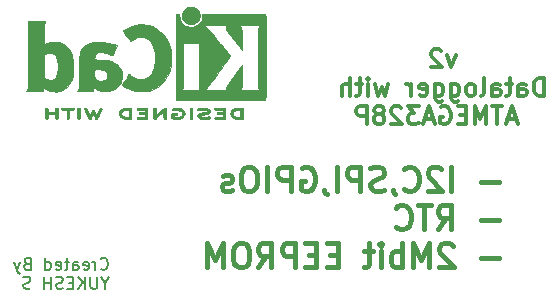
<source format=gbr>
%TF.GenerationSoftware,KiCad,Pcbnew,9.0.4*%
%TF.CreationDate,2025-12-07T17:14:32+03:30*%
%TF.ProjectId,MCU_Data logger003,4d43555f-4461-4746-9120-6c6f67676572,1*%
%TF.SameCoordinates,Original*%
%TF.FileFunction,Legend,Bot*%
%TF.FilePolarity,Positive*%
%FSLAX46Y46*%
G04 Gerber Fmt 4.6, Leading zero omitted, Abs format (unit mm)*
G04 Created by KiCad (PCBNEW 9.0.4) date 2025-12-07 17:14:32*
%MOMM*%
%LPD*%
G01*
G04 APERTURE LIST*
%ADD10C,0.400000*%
%ADD11C,0.200000*%
%ADD12C,0.300000*%
%ADD13C,0.010000*%
G04 APERTURE END LIST*
D10*
X144654552Y-109435757D02*
X143130743Y-109435757D01*
X140654552Y-110197662D02*
X140654552Y-108197662D01*
X139797409Y-108388138D02*
X139702171Y-108292900D01*
X139702171Y-108292900D02*
X139511695Y-108197662D01*
X139511695Y-108197662D02*
X139035504Y-108197662D01*
X139035504Y-108197662D02*
X138845028Y-108292900D01*
X138845028Y-108292900D02*
X138749790Y-108388138D01*
X138749790Y-108388138D02*
X138654552Y-108578614D01*
X138654552Y-108578614D02*
X138654552Y-108769090D01*
X138654552Y-108769090D02*
X138749790Y-109054804D01*
X138749790Y-109054804D02*
X139892647Y-110197662D01*
X139892647Y-110197662D02*
X138654552Y-110197662D01*
X136654552Y-110007185D02*
X136749790Y-110102424D01*
X136749790Y-110102424D02*
X137035504Y-110197662D01*
X137035504Y-110197662D02*
X137225980Y-110197662D01*
X137225980Y-110197662D02*
X137511695Y-110102424D01*
X137511695Y-110102424D02*
X137702171Y-109911947D01*
X137702171Y-109911947D02*
X137797409Y-109721471D01*
X137797409Y-109721471D02*
X137892647Y-109340519D01*
X137892647Y-109340519D02*
X137892647Y-109054804D01*
X137892647Y-109054804D02*
X137797409Y-108673852D01*
X137797409Y-108673852D02*
X137702171Y-108483376D01*
X137702171Y-108483376D02*
X137511695Y-108292900D01*
X137511695Y-108292900D02*
X137225980Y-108197662D01*
X137225980Y-108197662D02*
X137035504Y-108197662D01*
X137035504Y-108197662D02*
X136749790Y-108292900D01*
X136749790Y-108292900D02*
X136654552Y-108388138D01*
X135702171Y-110102424D02*
X135702171Y-110197662D01*
X135702171Y-110197662D02*
X135797409Y-110388138D01*
X135797409Y-110388138D02*
X135892647Y-110483376D01*
X134940266Y-110102424D02*
X134654552Y-110197662D01*
X134654552Y-110197662D02*
X134178361Y-110197662D01*
X134178361Y-110197662D02*
X133987885Y-110102424D01*
X133987885Y-110102424D02*
X133892647Y-110007185D01*
X133892647Y-110007185D02*
X133797409Y-109816709D01*
X133797409Y-109816709D02*
X133797409Y-109626233D01*
X133797409Y-109626233D02*
X133892647Y-109435757D01*
X133892647Y-109435757D02*
X133987885Y-109340519D01*
X133987885Y-109340519D02*
X134178361Y-109245281D01*
X134178361Y-109245281D02*
X134559314Y-109150043D01*
X134559314Y-109150043D02*
X134749790Y-109054804D01*
X134749790Y-109054804D02*
X134845028Y-108959566D01*
X134845028Y-108959566D02*
X134940266Y-108769090D01*
X134940266Y-108769090D02*
X134940266Y-108578614D01*
X134940266Y-108578614D02*
X134845028Y-108388138D01*
X134845028Y-108388138D02*
X134749790Y-108292900D01*
X134749790Y-108292900D02*
X134559314Y-108197662D01*
X134559314Y-108197662D02*
X134083123Y-108197662D01*
X134083123Y-108197662D02*
X133797409Y-108292900D01*
X132940266Y-110197662D02*
X132940266Y-108197662D01*
X132940266Y-108197662D02*
X132178361Y-108197662D01*
X132178361Y-108197662D02*
X131987885Y-108292900D01*
X131987885Y-108292900D02*
X131892647Y-108388138D01*
X131892647Y-108388138D02*
X131797409Y-108578614D01*
X131797409Y-108578614D02*
X131797409Y-108864328D01*
X131797409Y-108864328D02*
X131892647Y-109054804D01*
X131892647Y-109054804D02*
X131987885Y-109150043D01*
X131987885Y-109150043D02*
X132178361Y-109245281D01*
X132178361Y-109245281D02*
X132940266Y-109245281D01*
X130940266Y-110197662D02*
X130940266Y-108197662D01*
X129892647Y-110102424D02*
X129892647Y-110197662D01*
X129892647Y-110197662D02*
X129987885Y-110388138D01*
X129987885Y-110388138D02*
X130083123Y-110483376D01*
X127987885Y-108292900D02*
X128178361Y-108197662D01*
X128178361Y-108197662D02*
X128464075Y-108197662D01*
X128464075Y-108197662D02*
X128749790Y-108292900D01*
X128749790Y-108292900D02*
X128940266Y-108483376D01*
X128940266Y-108483376D02*
X129035504Y-108673852D01*
X129035504Y-108673852D02*
X129130742Y-109054804D01*
X129130742Y-109054804D02*
X129130742Y-109340519D01*
X129130742Y-109340519D02*
X129035504Y-109721471D01*
X129035504Y-109721471D02*
X128940266Y-109911947D01*
X128940266Y-109911947D02*
X128749790Y-110102424D01*
X128749790Y-110102424D02*
X128464075Y-110197662D01*
X128464075Y-110197662D02*
X128273599Y-110197662D01*
X128273599Y-110197662D02*
X127987885Y-110102424D01*
X127987885Y-110102424D02*
X127892647Y-110007185D01*
X127892647Y-110007185D02*
X127892647Y-109340519D01*
X127892647Y-109340519D02*
X128273599Y-109340519D01*
X127035504Y-110197662D02*
X127035504Y-108197662D01*
X127035504Y-108197662D02*
X126273599Y-108197662D01*
X126273599Y-108197662D02*
X126083123Y-108292900D01*
X126083123Y-108292900D02*
X125987885Y-108388138D01*
X125987885Y-108388138D02*
X125892647Y-108578614D01*
X125892647Y-108578614D02*
X125892647Y-108864328D01*
X125892647Y-108864328D02*
X125987885Y-109054804D01*
X125987885Y-109054804D02*
X126083123Y-109150043D01*
X126083123Y-109150043D02*
X126273599Y-109245281D01*
X126273599Y-109245281D02*
X127035504Y-109245281D01*
X125035504Y-110197662D02*
X125035504Y-108197662D01*
X123702171Y-108197662D02*
X123321218Y-108197662D01*
X123321218Y-108197662D02*
X123130742Y-108292900D01*
X123130742Y-108292900D02*
X122940266Y-108483376D01*
X122940266Y-108483376D02*
X122845028Y-108864328D01*
X122845028Y-108864328D02*
X122845028Y-109530995D01*
X122845028Y-109530995D02*
X122940266Y-109911947D01*
X122940266Y-109911947D02*
X123130742Y-110102424D01*
X123130742Y-110102424D02*
X123321218Y-110197662D01*
X123321218Y-110197662D02*
X123702171Y-110197662D01*
X123702171Y-110197662D02*
X123892647Y-110102424D01*
X123892647Y-110102424D02*
X124083123Y-109911947D01*
X124083123Y-109911947D02*
X124178361Y-109530995D01*
X124178361Y-109530995D02*
X124178361Y-108864328D01*
X124178361Y-108864328D02*
X124083123Y-108483376D01*
X124083123Y-108483376D02*
X123892647Y-108292900D01*
X123892647Y-108292900D02*
X123702171Y-108197662D01*
X122083123Y-110102424D02*
X121892647Y-110197662D01*
X121892647Y-110197662D02*
X121511695Y-110197662D01*
X121511695Y-110197662D02*
X121321218Y-110102424D01*
X121321218Y-110102424D02*
X121225980Y-109911947D01*
X121225980Y-109911947D02*
X121225980Y-109816709D01*
X121225980Y-109816709D02*
X121321218Y-109626233D01*
X121321218Y-109626233D02*
X121511695Y-109530995D01*
X121511695Y-109530995D02*
X121797409Y-109530995D01*
X121797409Y-109530995D02*
X121987885Y-109435757D01*
X121987885Y-109435757D02*
X122083123Y-109245281D01*
X122083123Y-109245281D02*
X122083123Y-109150043D01*
X122083123Y-109150043D02*
X121987885Y-108959566D01*
X121987885Y-108959566D02*
X121797409Y-108864328D01*
X121797409Y-108864328D02*
X121511695Y-108864328D01*
X121511695Y-108864328D02*
X121321218Y-108959566D01*
X144654552Y-112655645D02*
X143130743Y-112655645D01*
X139511695Y-113417550D02*
X140178362Y-112465169D01*
X140654552Y-113417550D02*
X140654552Y-111417550D01*
X140654552Y-111417550D02*
X139892647Y-111417550D01*
X139892647Y-111417550D02*
X139702171Y-111512788D01*
X139702171Y-111512788D02*
X139606933Y-111608026D01*
X139606933Y-111608026D02*
X139511695Y-111798502D01*
X139511695Y-111798502D02*
X139511695Y-112084216D01*
X139511695Y-112084216D02*
X139606933Y-112274692D01*
X139606933Y-112274692D02*
X139702171Y-112369931D01*
X139702171Y-112369931D02*
X139892647Y-112465169D01*
X139892647Y-112465169D02*
X140654552Y-112465169D01*
X138940266Y-111417550D02*
X137797409Y-111417550D01*
X138368838Y-113417550D02*
X138368838Y-111417550D01*
X135987885Y-113227073D02*
X136083123Y-113322312D01*
X136083123Y-113322312D02*
X136368837Y-113417550D01*
X136368837Y-113417550D02*
X136559313Y-113417550D01*
X136559313Y-113417550D02*
X136845028Y-113322312D01*
X136845028Y-113322312D02*
X137035504Y-113131835D01*
X137035504Y-113131835D02*
X137130742Y-112941359D01*
X137130742Y-112941359D02*
X137225980Y-112560407D01*
X137225980Y-112560407D02*
X137225980Y-112274692D01*
X137225980Y-112274692D02*
X137130742Y-111893740D01*
X137130742Y-111893740D02*
X137035504Y-111703264D01*
X137035504Y-111703264D02*
X136845028Y-111512788D01*
X136845028Y-111512788D02*
X136559313Y-111417550D01*
X136559313Y-111417550D02*
X136368837Y-111417550D01*
X136368837Y-111417550D02*
X136083123Y-111512788D01*
X136083123Y-111512788D02*
X135987885Y-111608026D01*
X144654552Y-115875533D02*
X143130743Y-115875533D01*
X140749790Y-114827914D02*
X140654552Y-114732676D01*
X140654552Y-114732676D02*
X140464076Y-114637438D01*
X140464076Y-114637438D02*
X139987885Y-114637438D01*
X139987885Y-114637438D02*
X139797409Y-114732676D01*
X139797409Y-114732676D02*
X139702171Y-114827914D01*
X139702171Y-114827914D02*
X139606933Y-115018390D01*
X139606933Y-115018390D02*
X139606933Y-115208866D01*
X139606933Y-115208866D02*
X139702171Y-115494580D01*
X139702171Y-115494580D02*
X140845028Y-116637438D01*
X140845028Y-116637438D02*
X139606933Y-116637438D01*
X138749790Y-116637438D02*
X138749790Y-114637438D01*
X138749790Y-114637438D02*
X138083123Y-116066009D01*
X138083123Y-116066009D02*
X137416457Y-114637438D01*
X137416457Y-114637438D02*
X137416457Y-116637438D01*
X136464076Y-116637438D02*
X136464076Y-114637438D01*
X136464076Y-115399342D02*
X136273600Y-115304104D01*
X136273600Y-115304104D02*
X135892647Y-115304104D01*
X135892647Y-115304104D02*
X135702171Y-115399342D01*
X135702171Y-115399342D02*
X135606933Y-115494580D01*
X135606933Y-115494580D02*
X135511695Y-115685057D01*
X135511695Y-115685057D02*
X135511695Y-116256485D01*
X135511695Y-116256485D02*
X135606933Y-116446961D01*
X135606933Y-116446961D02*
X135702171Y-116542200D01*
X135702171Y-116542200D02*
X135892647Y-116637438D01*
X135892647Y-116637438D02*
X136273600Y-116637438D01*
X136273600Y-116637438D02*
X136464076Y-116542200D01*
X134654552Y-116637438D02*
X134654552Y-115304104D01*
X134654552Y-114637438D02*
X134749790Y-114732676D01*
X134749790Y-114732676D02*
X134654552Y-114827914D01*
X134654552Y-114827914D02*
X134559314Y-114732676D01*
X134559314Y-114732676D02*
X134654552Y-114637438D01*
X134654552Y-114637438D02*
X134654552Y-114827914D01*
X133987885Y-115304104D02*
X133225981Y-115304104D01*
X133702171Y-114637438D02*
X133702171Y-116351723D01*
X133702171Y-116351723D02*
X133606933Y-116542200D01*
X133606933Y-116542200D02*
X133416457Y-116637438D01*
X133416457Y-116637438D02*
X133225981Y-116637438D01*
X131035504Y-115589819D02*
X130368837Y-115589819D01*
X130083123Y-116637438D02*
X131035504Y-116637438D01*
X131035504Y-116637438D02*
X131035504Y-114637438D01*
X131035504Y-114637438D02*
X130083123Y-114637438D01*
X129225980Y-115589819D02*
X128559313Y-115589819D01*
X128273599Y-116637438D02*
X129225980Y-116637438D01*
X129225980Y-116637438D02*
X129225980Y-114637438D01*
X129225980Y-114637438D02*
X128273599Y-114637438D01*
X127416456Y-116637438D02*
X127416456Y-114637438D01*
X127416456Y-114637438D02*
X126654551Y-114637438D01*
X126654551Y-114637438D02*
X126464075Y-114732676D01*
X126464075Y-114732676D02*
X126368837Y-114827914D01*
X126368837Y-114827914D02*
X126273599Y-115018390D01*
X126273599Y-115018390D02*
X126273599Y-115304104D01*
X126273599Y-115304104D02*
X126368837Y-115494580D01*
X126368837Y-115494580D02*
X126464075Y-115589819D01*
X126464075Y-115589819D02*
X126654551Y-115685057D01*
X126654551Y-115685057D02*
X127416456Y-115685057D01*
X124273599Y-116637438D02*
X124940266Y-115685057D01*
X125416456Y-116637438D02*
X125416456Y-114637438D01*
X125416456Y-114637438D02*
X124654551Y-114637438D01*
X124654551Y-114637438D02*
X124464075Y-114732676D01*
X124464075Y-114732676D02*
X124368837Y-114827914D01*
X124368837Y-114827914D02*
X124273599Y-115018390D01*
X124273599Y-115018390D02*
X124273599Y-115304104D01*
X124273599Y-115304104D02*
X124368837Y-115494580D01*
X124368837Y-115494580D02*
X124464075Y-115589819D01*
X124464075Y-115589819D02*
X124654551Y-115685057D01*
X124654551Y-115685057D02*
X125416456Y-115685057D01*
X123035504Y-114637438D02*
X122654551Y-114637438D01*
X122654551Y-114637438D02*
X122464075Y-114732676D01*
X122464075Y-114732676D02*
X122273599Y-114923152D01*
X122273599Y-114923152D02*
X122178361Y-115304104D01*
X122178361Y-115304104D02*
X122178361Y-115970771D01*
X122178361Y-115970771D02*
X122273599Y-116351723D01*
X122273599Y-116351723D02*
X122464075Y-116542200D01*
X122464075Y-116542200D02*
X122654551Y-116637438D01*
X122654551Y-116637438D02*
X123035504Y-116637438D01*
X123035504Y-116637438D02*
X123225980Y-116542200D01*
X123225980Y-116542200D02*
X123416456Y-116351723D01*
X123416456Y-116351723D02*
X123511694Y-115970771D01*
X123511694Y-115970771D02*
X123511694Y-115304104D01*
X123511694Y-115304104D02*
X123416456Y-114923152D01*
X123416456Y-114923152D02*
X123225980Y-114732676D01*
X123225980Y-114732676D02*
X123035504Y-114637438D01*
X121321218Y-116637438D02*
X121321218Y-114637438D01*
X121321218Y-114637438D02*
X120654551Y-116066009D01*
X120654551Y-116066009D02*
X119987885Y-114637438D01*
X119987885Y-114637438D02*
X119987885Y-116637438D01*
D11*
X110945898Y-116780036D02*
X110993517Y-116827656D01*
X110993517Y-116827656D02*
X111136374Y-116875275D01*
X111136374Y-116875275D02*
X111231612Y-116875275D01*
X111231612Y-116875275D02*
X111374469Y-116827656D01*
X111374469Y-116827656D02*
X111469707Y-116732417D01*
X111469707Y-116732417D02*
X111517326Y-116637179D01*
X111517326Y-116637179D02*
X111564945Y-116446703D01*
X111564945Y-116446703D02*
X111564945Y-116303846D01*
X111564945Y-116303846D02*
X111517326Y-116113370D01*
X111517326Y-116113370D02*
X111469707Y-116018132D01*
X111469707Y-116018132D02*
X111374469Y-115922894D01*
X111374469Y-115922894D02*
X111231612Y-115875275D01*
X111231612Y-115875275D02*
X111136374Y-115875275D01*
X111136374Y-115875275D02*
X110993517Y-115922894D01*
X110993517Y-115922894D02*
X110945898Y-115970513D01*
X110517326Y-116875275D02*
X110517326Y-116208608D01*
X110517326Y-116399084D02*
X110469707Y-116303846D01*
X110469707Y-116303846D02*
X110422088Y-116256227D01*
X110422088Y-116256227D02*
X110326850Y-116208608D01*
X110326850Y-116208608D02*
X110231612Y-116208608D01*
X109517326Y-116827656D02*
X109612564Y-116875275D01*
X109612564Y-116875275D02*
X109803040Y-116875275D01*
X109803040Y-116875275D02*
X109898278Y-116827656D01*
X109898278Y-116827656D02*
X109945897Y-116732417D01*
X109945897Y-116732417D02*
X109945897Y-116351465D01*
X109945897Y-116351465D02*
X109898278Y-116256227D01*
X109898278Y-116256227D02*
X109803040Y-116208608D01*
X109803040Y-116208608D02*
X109612564Y-116208608D01*
X109612564Y-116208608D02*
X109517326Y-116256227D01*
X109517326Y-116256227D02*
X109469707Y-116351465D01*
X109469707Y-116351465D02*
X109469707Y-116446703D01*
X109469707Y-116446703D02*
X109945897Y-116541941D01*
X108612564Y-116875275D02*
X108612564Y-116351465D01*
X108612564Y-116351465D02*
X108660183Y-116256227D01*
X108660183Y-116256227D02*
X108755421Y-116208608D01*
X108755421Y-116208608D02*
X108945897Y-116208608D01*
X108945897Y-116208608D02*
X109041135Y-116256227D01*
X108612564Y-116827656D02*
X108707802Y-116875275D01*
X108707802Y-116875275D02*
X108945897Y-116875275D01*
X108945897Y-116875275D02*
X109041135Y-116827656D01*
X109041135Y-116827656D02*
X109088754Y-116732417D01*
X109088754Y-116732417D02*
X109088754Y-116637179D01*
X109088754Y-116637179D02*
X109041135Y-116541941D01*
X109041135Y-116541941D02*
X108945897Y-116494322D01*
X108945897Y-116494322D02*
X108707802Y-116494322D01*
X108707802Y-116494322D02*
X108612564Y-116446703D01*
X108279230Y-116208608D02*
X107898278Y-116208608D01*
X108136373Y-115875275D02*
X108136373Y-116732417D01*
X108136373Y-116732417D02*
X108088754Y-116827656D01*
X108088754Y-116827656D02*
X107993516Y-116875275D01*
X107993516Y-116875275D02*
X107898278Y-116875275D01*
X107183992Y-116827656D02*
X107279230Y-116875275D01*
X107279230Y-116875275D02*
X107469706Y-116875275D01*
X107469706Y-116875275D02*
X107564944Y-116827656D01*
X107564944Y-116827656D02*
X107612563Y-116732417D01*
X107612563Y-116732417D02*
X107612563Y-116351465D01*
X107612563Y-116351465D02*
X107564944Y-116256227D01*
X107564944Y-116256227D02*
X107469706Y-116208608D01*
X107469706Y-116208608D02*
X107279230Y-116208608D01*
X107279230Y-116208608D02*
X107183992Y-116256227D01*
X107183992Y-116256227D02*
X107136373Y-116351465D01*
X107136373Y-116351465D02*
X107136373Y-116446703D01*
X107136373Y-116446703D02*
X107612563Y-116541941D01*
X106279230Y-116875275D02*
X106279230Y-115875275D01*
X106279230Y-116827656D02*
X106374468Y-116875275D01*
X106374468Y-116875275D02*
X106564944Y-116875275D01*
X106564944Y-116875275D02*
X106660182Y-116827656D01*
X106660182Y-116827656D02*
X106707801Y-116780036D01*
X106707801Y-116780036D02*
X106755420Y-116684798D01*
X106755420Y-116684798D02*
X106755420Y-116399084D01*
X106755420Y-116399084D02*
X106707801Y-116303846D01*
X106707801Y-116303846D02*
X106660182Y-116256227D01*
X106660182Y-116256227D02*
X106564944Y-116208608D01*
X106564944Y-116208608D02*
X106374468Y-116208608D01*
X106374468Y-116208608D02*
X106279230Y-116256227D01*
X104707801Y-116351465D02*
X104564944Y-116399084D01*
X104564944Y-116399084D02*
X104517325Y-116446703D01*
X104517325Y-116446703D02*
X104469706Y-116541941D01*
X104469706Y-116541941D02*
X104469706Y-116684798D01*
X104469706Y-116684798D02*
X104517325Y-116780036D01*
X104517325Y-116780036D02*
X104564944Y-116827656D01*
X104564944Y-116827656D02*
X104660182Y-116875275D01*
X104660182Y-116875275D02*
X105041134Y-116875275D01*
X105041134Y-116875275D02*
X105041134Y-115875275D01*
X105041134Y-115875275D02*
X104707801Y-115875275D01*
X104707801Y-115875275D02*
X104612563Y-115922894D01*
X104612563Y-115922894D02*
X104564944Y-115970513D01*
X104564944Y-115970513D02*
X104517325Y-116065751D01*
X104517325Y-116065751D02*
X104517325Y-116160989D01*
X104517325Y-116160989D02*
X104564944Y-116256227D01*
X104564944Y-116256227D02*
X104612563Y-116303846D01*
X104612563Y-116303846D02*
X104707801Y-116351465D01*
X104707801Y-116351465D02*
X105041134Y-116351465D01*
X104136372Y-116208608D02*
X103898277Y-116875275D01*
X103660182Y-116208608D02*
X103898277Y-116875275D01*
X103898277Y-116875275D02*
X103993515Y-117113370D01*
X103993515Y-117113370D02*
X104041134Y-117160989D01*
X104041134Y-117160989D02*
X104136372Y-117208608D01*
X111326850Y-118009028D02*
X111326850Y-118485219D01*
X111660183Y-117485219D02*
X111326850Y-118009028D01*
X111326850Y-118009028D02*
X110993517Y-117485219D01*
X110660183Y-117485219D02*
X110660183Y-118294742D01*
X110660183Y-118294742D02*
X110612564Y-118389980D01*
X110612564Y-118389980D02*
X110564945Y-118437600D01*
X110564945Y-118437600D02*
X110469707Y-118485219D01*
X110469707Y-118485219D02*
X110279231Y-118485219D01*
X110279231Y-118485219D02*
X110183993Y-118437600D01*
X110183993Y-118437600D02*
X110136374Y-118389980D01*
X110136374Y-118389980D02*
X110088755Y-118294742D01*
X110088755Y-118294742D02*
X110088755Y-117485219D01*
X109612564Y-118485219D02*
X109612564Y-117485219D01*
X109041136Y-118485219D02*
X109469707Y-117913790D01*
X109041136Y-117485219D02*
X109612564Y-118056647D01*
X108612564Y-117961409D02*
X108279231Y-117961409D01*
X108136374Y-118485219D02*
X108612564Y-118485219D01*
X108612564Y-118485219D02*
X108612564Y-117485219D01*
X108612564Y-117485219D02*
X108136374Y-117485219D01*
X107755421Y-118437600D02*
X107612564Y-118485219D01*
X107612564Y-118485219D02*
X107374469Y-118485219D01*
X107374469Y-118485219D02*
X107279231Y-118437600D01*
X107279231Y-118437600D02*
X107231612Y-118389980D01*
X107231612Y-118389980D02*
X107183993Y-118294742D01*
X107183993Y-118294742D02*
X107183993Y-118199504D01*
X107183993Y-118199504D02*
X107231612Y-118104266D01*
X107231612Y-118104266D02*
X107279231Y-118056647D01*
X107279231Y-118056647D02*
X107374469Y-118009028D01*
X107374469Y-118009028D02*
X107564945Y-117961409D01*
X107564945Y-117961409D02*
X107660183Y-117913790D01*
X107660183Y-117913790D02*
X107707802Y-117866171D01*
X107707802Y-117866171D02*
X107755421Y-117770933D01*
X107755421Y-117770933D02*
X107755421Y-117675695D01*
X107755421Y-117675695D02*
X107707802Y-117580457D01*
X107707802Y-117580457D02*
X107660183Y-117532838D01*
X107660183Y-117532838D02*
X107564945Y-117485219D01*
X107564945Y-117485219D02*
X107326850Y-117485219D01*
X107326850Y-117485219D02*
X107183993Y-117532838D01*
X106755421Y-118485219D02*
X106755421Y-117485219D01*
X106755421Y-117961409D02*
X106183993Y-117961409D01*
X106183993Y-118485219D02*
X106183993Y-117485219D01*
X104993516Y-118437600D02*
X104850659Y-118485219D01*
X104850659Y-118485219D02*
X104612564Y-118485219D01*
X104612564Y-118485219D02*
X104517326Y-118437600D01*
X104517326Y-118437600D02*
X104469707Y-118389980D01*
X104469707Y-118389980D02*
X104422088Y-118294742D01*
X104422088Y-118294742D02*
X104422088Y-118199504D01*
X104422088Y-118199504D02*
X104469707Y-118104266D01*
X104469707Y-118104266D02*
X104517326Y-118056647D01*
X104517326Y-118056647D02*
X104612564Y-118009028D01*
X104612564Y-118009028D02*
X104803040Y-117961409D01*
X104803040Y-117961409D02*
X104898278Y-117913790D01*
X104898278Y-117913790D02*
X104945897Y-117866171D01*
X104945897Y-117866171D02*
X104993516Y-117770933D01*
X104993516Y-117770933D02*
X104993516Y-117675695D01*
X104993516Y-117675695D02*
X104945897Y-117580457D01*
X104945897Y-117580457D02*
X104898278Y-117532838D01*
X104898278Y-117532838D02*
X104803040Y-117485219D01*
X104803040Y-117485219D02*
X104564945Y-117485219D01*
X104564945Y-117485219D02*
X104422088Y-117532838D01*
D12*
X141001692Y-98726612D02*
X140644549Y-99726612D01*
X140644549Y-99726612D02*
X140287406Y-98726612D01*
X139787406Y-98369469D02*
X139715978Y-98298041D01*
X139715978Y-98298041D02*
X139573121Y-98226612D01*
X139573121Y-98226612D02*
X139215978Y-98226612D01*
X139215978Y-98226612D02*
X139073121Y-98298041D01*
X139073121Y-98298041D02*
X139001692Y-98369469D01*
X139001692Y-98369469D02*
X138930263Y-98512326D01*
X138930263Y-98512326D02*
X138930263Y-98655184D01*
X138930263Y-98655184D02*
X139001692Y-98869469D01*
X139001692Y-98869469D02*
X139858835Y-99726612D01*
X139858835Y-99726612D02*
X138930263Y-99726612D01*
X148465979Y-102141528D02*
X148465979Y-100641528D01*
X148465979Y-100641528D02*
X148108836Y-100641528D01*
X148108836Y-100641528D02*
X147894550Y-100712957D01*
X147894550Y-100712957D02*
X147751693Y-100855814D01*
X147751693Y-100855814D02*
X147680264Y-100998671D01*
X147680264Y-100998671D02*
X147608836Y-101284385D01*
X147608836Y-101284385D02*
X147608836Y-101498671D01*
X147608836Y-101498671D02*
X147680264Y-101784385D01*
X147680264Y-101784385D02*
X147751693Y-101927242D01*
X147751693Y-101927242D02*
X147894550Y-102070100D01*
X147894550Y-102070100D02*
X148108836Y-102141528D01*
X148108836Y-102141528D02*
X148465979Y-102141528D01*
X146323122Y-102141528D02*
X146323122Y-101355814D01*
X146323122Y-101355814D02*
X146394550Y-101212957D01*
X146394550Y-101212957D02*
X146537407Y-101141528D01*
X146537407Y-101141528D02*
X146823122Y-101141528D01*
X146823122Y-101141528D02*
X146965979Y-101212957D01*
X146323122Y-102070100D02*
X146465979Y-102141528D01*
X146465979Y-102141528D02*
X146823122Y-102141528D01*
X146823122Y-102141528D02*
X146965979Y-102070100D01*
X146965979Y-102070100D02*
X147037407Y-101927242D01*
X147037407Y-101927242D02*
X147037407Y-101784385D01*
X147037407Y-101784385D02*
X146965979Y-101641528D01*
X146965979Y-101641528D02*
X146823122Y-101570100D01*
X146823122Y-101570100D02*
X146465979Y-101570100D01*
X146465979Y-101570100D02*
X146323122Y-101498671D01*
X145823121Y-101141528D02*
X145251693Y-101141528D01*
X145608836Y-100641528D02*
X145608836Y-101927242D01*
X145608836Y-101927242D02*
X145537407Y-102070100D01*
X145537407Y-102070100D02*
X145394550Y-102141528D01*
X145394550Y-102141528D02*
X145251693Y-102141528D01*
X144108836Y-102141528D02*
X144108836Y-101355814D01*
X144108836Y-101355814D02*
X144180264Y-101212957D01*
X144180264Y-101212957D02*
X144323121Y-101141528D01*
X144323121Y-101141528D02*
X144608836Y-101141528D01*
X144608836Y-101141528D02*
X144751693Y-101212957D01*
X144108836Y-102070100D02*
X144251693Y-102141528D01*
X144251693Y-102141528D02*
X144608836Y-102141528D01*
X144608836Y-102141528D02*
X144751693Y-102070100D01*
X144751693Y-102070100D02*
X144823121Y-101927242D01*
X144823121Y-101927242D02*
X144823121Y-101784385D01*
X144823121Y-101784385D02*
X144751693Y-101641528D01*
X144751693Y-101641528D02*
X144608836Y-101570100D01*
X144608836Y-101570100D02*
X144251693Y-101570100D01*
X144251693Y-101570100D02*
X144108836Y-101498671D01*
X143180264Y-102141528D02*
X143323121Y-102070100D01*
X143323121Y-102070100D02*
X143394550Y-101927242D01*
X143394550Y-101927242D02*
X143394550Y-100641528D01*
X142394550Y-102141528D02*
X142537407Y-102070100D01*
X142537407Y-102070100D02*
X142608836Y-101998671D01*
X142608836Y-101998671D02*
X142680264Y-101855814D01*
X142680264Y-101855814D02*
X142680264Y-101427242D01*
X142680264Y-101427242D02*
X142608836Y-101284385D01*
X142608836Y-101284385D02*
X142537407Y-101212957D01*
X142537407Y-101212957D02*
X142394550Y-101141528D01*
X142394550Y-101141528D02*
X142180264Y-101141528D01*
X142180264Y-101141528D02*
X142037407Y-101212957D01*
X142037407Y-101212957D02*
X141965979Y-101284385D01*
X141965979Y-101284385D02*
X141894550Y-101427242D01*
X141894550Y-101427242D02*
X141894550Y-101855814D01*
X141894550Y-101855814D02*
X141965979Y-101998671D01*
X141965979Y-101998671D02*
X142037407Y-102070100D01*
X142037407Y-102070100D02*
X142180264Y-102141528D01*
X142180264Y-102141528D02*
X142394550Y-102141528D01*
X140608836Y-101141528D02*
X140608836Y-102355814D01*
X140608836Y-102355814D02*
X140680264Y-102498671D01*
X140680264Y-102498671D02*
X140751693Y-102570100D01*
X140751693Y-102570100D02*
X140894550Y-102641528D01*
X140894550Y-102641528D02*
X141108836Y-102641528D01*
X141108836Y-102641528D02*
X141251693Y-102570100D01*
X140608836Y-102070100D02*
X140751693Y-102141528D01*
X140751693Y-102141528D02*
X141037407Y-102141528D01*
X141037407Y-102141528D02*
X141180264Y-102070100D01*
X141180264Y-102070100D02*
X141251693Y-101998671D01*
X141251693Y-101998671D02*
X141323121Y-101855814D01*
X141323121Y-101855814D02*
X141323121Y-101427242D01*
X141323121Y-101427242D02*
X141251693Y-101284385D01*
X141251693Y-101284385D02*
X141180264Y-101212957D01*
X141180264Y-101212957D02*
X141037407Y-101141528D01*
X141037407Y-101141528D02*
X140751693Y-101141528D01*
X140751693Y-101141528D02*
X140608836Y-101212957D01*
X139251693Y-101141528D02*
X139251693Y-102355814D01*
X139251693Y-102355814D02*
X139323121Y-102498671D01*
X139323121Y-102498671D02*
X139394550Y-102570100D01*
X139394550Y-102570100D02*
X139537407Y-102641528D01*
X139537407Y-102641528D02*
X139751693Y-102641528D01*
X139751693Y-102641528D02*
X139894550Y-102570100D01*
X139251693Y-102070100D02*
X139394550Y-102141528D01*
X139394550Y-102141528D02*
X139680264Y-102141528D01*
X139680264Y-102141528D02*
X139823121Y-102070100D01*
X139823121Y-102070100D02*
X139894550Y-101998671D01*
X139894550Y-101998671D02*
X139965978Y-101855814D01*
X139965978Y-101855814D02*
X139965978Y-101427242D01*
X139965978Y-101427242D02*
X139894550Y-101284385D01*
X139894550Y-101284385D02*
X139823121Y-101212957D01*
X139823121Y-101212957D02*
X139680264Y-101141528D01*
X139680264Y-101141528D02*
X139394550Y-101141528D01*
X139394550Y-101141528D02*
X139251693Y-101212957D01*
X137965978Y-102070100D02*
X138108835Y-102141528D01*
X138108835Y-102141528D02*
X138394550Y-102141528D01*
X138394550Y-102141528D02*
X138537407Y-102070100D01*
X138537407Y-102070100D02*
X138608835Y-101927242D01*
X138608835Y-101927242D02*
X138608835Y-101355814D01*
X138608835Y-101355814D02*
X138537407Y-101212957D01*
X138537407Y-101212957D02*
X138394550Y-101141528D01*
X138394550Y-101141528D02*
X138108835Y-101141528D01*
X138108835Y-101141528D02*
X137965978Y-101212957D01*
X137965978Y-101212957D02*
X137894550Y-101355814D01*
X137894550Y-101355814D02*
X137894550Y-101498671D01*
X137894550Y-101498671D02*
X138608835Y-101641528D01*
X137251693Y-102141528D02*
X137251693Y-101141528D01*
X137251693Y-101427242D02*
X137180264Y-101284385D01*
X137180264Y-101284385D02*
X137108836Y-101212957D01*
X137108836Y-101212957D02*
X136965978Y-101141528D01*
X136965978Y-101141528D02*
X136823121Y-101141528D01*
X135323122Y-101141528D02*
X135037408Y-102141528D01*
X135037408Y-102141528D02*
X134751693Y-101427242D01*
X134751693Y-101427242D02*
X134465979Y-102141528D01*
X134465979Y-102141528D02*
X134180265Y-101141528D01*
X133608836Y-102141528D02*
X133608836Y-101141528D01*
X133608836Y-100641528D02*
X133680264Y-100712957D01*
X133680264Y-100712957D02*
X133608836Y-100784385D01*
X133608836Y-100784385D02*
X133537407Y-100712957D01*
X133537407Y-100712957D02*
X133608836Y-100641528D01*
X133608836Y-100641528D02*
X133608836Y-100784385D01*
X133108835Y-101141528D02*
X132537407Y-101141528D01*
X132894550Y-100641528D02*
X132894550Y-101927242D01*
X132894550Y-101927242D02*
X132823121Y-102070100D01*
X132823121Y-102070100D02*
X132680264Y-102141528D01*
X132680264Y-102141528D02*
X132537407Y-102141528D01*
X132037407Y-102141528D02*
X132037407Y-100641528D01*
X131394550Y-102141528D02*
X131394550Y-101355814D01*
X131394550Y-101355814D02*
X131465978Y-101212957D01*
X131465978Y-101212957D02*
X131608835Y-101141528D01*
X131608835Y-101141528D02*
X131823121Y-101141528D01*
X131823121Y-101141528D02*
X131965978Y-101212957D01*
X131965978Y-101212957D02*
X132037407Y-101284385D01*
X146108834Y-104127873D02*
X145394549Y-104127873D01*
X146251691Y-104556444D02*
X145751691Y-103056444D01*
X145751691Y-103056444D02*
X145251691Y-104556444D01*
X144965977Y-103056444D02*
X144108835Y-103056444D01*
X144537406Y-104556444D02*
X144537406Y-103056444D01*
X143608835Y-104556444D02*
X143608835Y-103056444D01*
X143608835Y-103056444D02*
X143108835Y-104127873D01*
X143108835Y-104127873D02*
X142608835Y-103056444D01*
X142608835Y-103056444D02*
X142608835Y-104556444D01*
X141894549Y-103770730D02*
X141394549Y-103770730D01*
X141180263Y-104556444D02*
X141894549Y-104556444D01*
X141894549Y-104556444D02*
X141894549Y-103056444D01*
X141894549Y-103056444D02*
X141180263Y-103056444D01*
X139751691Y-103127873D02*
X139894549Y-103056444D01*
X139894549Y-103056444D02*
X140108834Y-103056444D01*
X140108834Y-103056444D02*
X140323120Y-103127873D01*
X140323120Y-103127873D02*
X140465977Y-103270730D01*
X140465977Y-103270730D02*
X140537406Y-103413587D01*
X140537406Y-103413587D02*
X140608834Y-103699301D01*
X140608834Y-103699301D02*
X140608834Y-103913587D01*
X140608834Y-103913587D02*
X140537406Y-104199301D01*
X140537406Y-104199301D02*
X140465977Y-104342158D01*
X140465977Y-104342158D02*
X140323120Y-104485016D01*
X140323120Y-104485016D02*
X140108834Y-104556444D01*
X140108834Y-104556444D02*
X139965977Y-104556444D01*
X139965977Y-104556444D02*
X139751691Y-104485016D01*
X139751691Y-104485016D02*
X139680263Y-104413587D01*
X139680263Y-104413587D02*
X139680263Y-103913587D01*
X139680263Y-103913587D02*
X139965977Y-103913587D01*
X139108834Y-104127873D02*
X138394549Y-104127873D01*
X139251691Y-104556444D02*
X138751691Y-103056444D01*
X138751691Y-103056444D02*
X138251691Y-104556444D01*
X137894549Y-103056444D02*
X136965977Y-103056444D01*
X136965977Y-103056444D02*
X137465977Y-103627873D01*
X137465977Y-103627873D02*
X137251692Y-103627873D01*
X137251692Y-103627873D02*
X137108835Y-103699301D01*
X137108835Y-103699301D02*
X137037406Y-103770730D01*
X137037406Y-103770730D02*
X136965977Y-103913587D01*
X136965977Y-103913587D02*
X136965977Y-104270730D01*
X136965977Y-104270730D02*
X137037406Y-104413587D01*
X137037406Y-104413587D02*
X137108835Y-104485016D01*
X137108835Y-104485016D02*
X137251692Y-104556444D01*
X137251692Y-104556444D02*
X137680263Y-104556444D01*
X137680263Y-104556444D02*
X137823120Y-104485016D01*
X137823120Y-104485016D02*
X137894549Y-104413587D01*
X136394549Y-103199301D02*
X136323121Y-103127873D01*
X136323121Y-103127873D02*
X136180264Y-103056444D01*
X136180264Y-103056444D02*
X135823121Y-103056444D01*
X135823121Y-103056444D02*
X135680264Y-103127873D01*
X135680264Y-103127873D02*
X135608835Y-103199301D01*
X135608835Y-103199301D02*
X135537406Y-103342158D01*
X135537406Y-103342158D02*
X135537406Y-103485016D01*
X135537406Y-103485016D02*
X135608835Y-103699301D01*
X135608835Y-103699301D02*
X136465978Y-104556444D01*
X136465978Y-104556444D02*
X135537406Y-104556444D01*
X134680264Y-103699301D02*
X134823121Y-103627873D01*
X134823121Y-103627873D02*
X134894550Y-103556444D01*
X134894550Y-103556444D02*
X134965978Y-103413587D01*
X134965978Y-103413587D02*
X134965978Y-103342158D01*
X134965978Y-103342158D02*
X134894550Y-103199301D01*
X134894550Y-103199301D02*
X134823121Y-103127873D01*
X134823121Y-103127873D02*
X134680264Y-103056444D01*
X134680264Y-103056444D02*
X134394550Y-103056444D01*
X134394550Y-103056444D02*
X134251693Y-103127873D01*
X134251693Y-103127873D02*
X134180264Y-103199301D01*
X134180264Y-103199301D02*
X134108835Y-103342158D01*
X134108835Y-103342158D02*
X134108835Y-103413587D01*
X134108835Y-103413587D02*
X134180264Y-103556444D01*
X134180264Y-103556444D02*
X134251693Y-103627873D01*
X134251693Y-103627873D02*
X134394550Y-103699301D01*
X134394550Y-103699301D02*
X134680264Y-103699301D01*
X134680264Y-103699301D02*
X134823121Y-103770730D01*
X134823121Y-103770730D02*
X134894550Y-103842158D01*
X134894550Y-103842158D02*
X134965978Y-103985016D01*
X134965978Y-103985016D02*
X134965978Y-104270730D01*
X134965978Y-104270730D02*
X134894550Y-104413587D01*
X134894550Y-104413587D02*
X134823121Y-104485016D01*
X134823121Y-104485016D02*
X134680264Y-104556444D01*
X134680264Y-104556444D02*
X134394550Y-104556444D01*
X134394550Y-104556444D02*
X134251693Y-104485016D01*
X134251693Y-104485016D02*
X134180264Y-104413587D01*
X134180264Y-104413587D02*
X134108835Y-104270730D01*
X134108835Y-104270730D02*
X134108835Y-103985016D01*
X134108835Y-103985016D02*
X134180264Y-103842158D01*
X134180264Y-103842158D02*
X134251693Y-103770730D01*
X134251693Y-103770730D02*
X134394550Y-103699301D01*
X133465979Y-104556444D02*
X133465979Y-103056444D01*
X133465979Y-103056444D02*
X132894550Y-103056444D01*
X132894550Y-103056444D02*
X132751693Y-103127873D01*
X132751693Y-103127873D02*
X132680264Y-103199301D01*
X132680264Y-103199301D02*
X132608836Y-103342158D01*
X132608836Y-103342158D02*
X132608836Y-103556444D01*
X132608836Y-103556444D02*
X132680264Y-103699301D01*
X132680264Y-103699301D02*
X132751693Y-103770730D01*
X132751693Y-103770730D02*
X132894550Y-103842158D01*
X132894550Y-103842158D02*
X133465979Y-103842158D01*
D13*
%TO.C,REF\u002A\u002A*%
X124926928Y-101752660D02*
X124925060Y-101893353D01*
X124922741Y-102014546D01*
X124919925Y-102117740D01*
X124916564Y-102204435D01*
X124912610Y-102276132D01*
X124908017Y-102334330D01*
X124902738Y-102380530D01*
X124896725Y-102416233D01*
X124889930Y-102442937D01*
X124882308Y-102462145D01*
X124873809Y-102475355D01*
X124864389Y-102484068D01*
X124853998Y-102489785D01*
X124842590Y-102494006D01*
X124830118Y-102498230D01*
X124816534Y-102503959D01*
X124808891Y-102506830D01*
X124794871Y-102509965D01*
X124774038Y-102512837D01*
X124744921Y-102515459D01*
X124706044Y-102517840D01*
X124655934Y-102519994D01*
X124593117Y-102521930D01*
X124516120Y-102523662D01*
X124423469Y-102525200D01*
X124313690Y-102526556D01*
X124185310Y-102527741D01*
X124036854Y-102528768D01*
X123866850Y-102529646D01*
X123673823Y-102530389D01*
X123456300Y-102531007D01*
X123212808Y-102531513D01*
X122941871Y-102531916D01*
X122642017Y-102532230D01*
X122311773Y-102532465D01*
X121949664Y-102532634D01*
X121554216Y-102532747D01*
X121123956Y-102532816D01*
X120987608Y-102532829D01*
X120566686Y-102532838D01*
X120180147Y-102532785D01*
X119826534Y-102532660D01*
X119504390Y-102532452D01*
X119212261Y-102532151D01*
X118948688Y-102531746D01*
X118712216Y-102531226D01*
X118501390Y-102530582D01*
X118314751Y-102529802D01*
X118150845Y-102528876D01*
X118008215Y-102527793D01*
X117885405Y-102526543D01*
X117780958Y-102525115D01*
X117693419Y-102523498D01*
X117621330Y-102521683D01*
X117563236Y-102519658D01*
X117517680Y-102517413D01*
X117483207Y-102514937D01*
X117458359Y-102512220D01*
X117441681Y-102509251D01*
X117431717Y-102506020D01*
X117428546Y-102504582D01*
X117415567Y-102499858D01*
X117403665Y-102496408D01*
X117392792Y-102492730D01*
X117382898Y-102487321D01*
X117373937Y-102478679D01*
X117365859Y-102465302D01*
X117358616Y-102445686D01*
X117352161Y-102418331D01*
X117346445Y-102381733D01*
X117341419Y-102334390D01*
X117337036Y-102274800D01*
X117333247Y-102201459D01*
X117330004Y-102112867D01*
X117327259Y-102007520D01*
X117324963Y-101883917D01*
X117323068Y-101740554D01*
X117322446Y-101674167D01*
X117800873Y-101674167D01*
X117801398Y-101680525D01*
X117811021Y-101685677D01*
X117832764Y-101689750D01*
X117869648Y-101692870D01*
X117924693Y-101695165D01*
X118000919Y-101696759D01*
X118101348Y-101697779D01*
X118229001Y-101698351D01*
X118386898Y-101698602D01*
X118578059Y-101698657D01*
X119378814Y-101698657D01*
X119311121Y-101576193D01*
X119243429Y-101453729D01*
X119243429Y-97897729D01*
X119311121Y-97775265D01*
X119378814Y-97652800D01*
X117947493Y-97652800D01*
X117942318Y-99535122D01*
X117937143Y-101417443D01*
X117886403Y-101525808D01*
X117859651Y-101579519D01*
X117829360Y-101633324D01*
X117806484Y-101666415D01*
X117806426Y-101666479D01*
X117800873Y-101674167D01*
X117322446Y-101674167D01*
X117321526Y-101575929D01*
X117320289Y-101388540D01*
X117319308Y-101176885D01*
X117318535Y-100939461D01*
X117317922Y-100674766D01*
X117317421Y-100381298D01*
X117316984Y-100057553D01*
X117316561Y-99702030D01*
X117316105Y-99313226D01*
X117315568Y-98889640D01*
X117315499Y-98838360D01*
X117314900Y-98417457D01*
X117314327Y-98031162D01*
X117313823Y-97677972D01*
X117313430Y-97356384D01*
X117313190Y-97064894D01*
X117313146Y-96802000D01*
X117313340Y-96566198D01*
X117313814Y-96355986D01*
X117314612Y-96169860D01*
X117315774Y-96006317D01*
X117317344Y-95863855D01*
X117319364Y-95740970D01*
X117321877Y-95636159D01*
X117324924Y-95547919D01*
X117328549Y-95474747D01*
X117332793Y-95415140D01*
X117337698Y-95367595D01*
X117343308Y-95330608D01*
X117349665Y-95302678D01*
X117356811Y-95282300D01*
X117364788Y-95267971D01*
X117373639Y-95258190D01*
X117383406Y-95251451D01*
X117394132Y-95246254D01*
X117405858Y-95241093D01*
X117418628Y-95234467D01*
X117422365Y-95232356D01*
X117478905Y-95211918D01*
X117540800Y-95203517D01*
X117610572Y-95203520D01*
X117611734Y-95362267D01*
X117612029Y-95380535D01*
X117634206Y-95566227D01*
X117690688Y-95740947D01*
X117780692Y-95902843D01*
X117903432Y-96050065D01*
X117969298Y-96110111D01*
X118115954Y-96209638D01*
X118275970Y-96279042D01*
X118444685Y-96318287D01*
X118617439Y-96327337D01*
X118789572Y-96306153D01*
X118956422Y-96254699D01*
X119093580Y-96183229D01*
X119700627Y-96183229D01*
X119780457Y-96240662D01*
X119847970Y-96294641D01*
X119943103Y-96382686D01*
X120051007Y-96493030D01*
X120167597Y-96621470D01*
X120288785Y-96763800D01*
X120319994Y-96801862D01*
X120373129Y-96867143D01*
X120442583Y-96952788D01*
X120526056Y-97055940D01*
X120621246Y-97173739D01*
X120725854Y-97303328D01*
X120837577Y-97441847D01*
X120954115Y-97586439D01*
X121007567Y-97652800D01*
X121073167Y-97734244D01*
X121192432Y-97882403D01*
X121309609Y-98028060D01*
X121422396Y-98168354D01*
X121528494Y-98300427D01*
X121625601Y-98421421D01*
X121711416Y-98528478D01*
X121783638Y-98618738D01*
X121839966Y-98689343D01*
X121878099Y-98737435D01*
X121895737Y-98760155D01*
X121897192Y-98768693D01*
X121892350Y-98784932D01*
X121879802Y-98810479D01*
X121858297Y-98847147D01*
X121826580Y-98896749D01*
X121783400Y-98961095D01*
X121727505Y-99041998D01*
X121657641Y-99141271D01*
X121572557Y-99260726D01*
X121470999Y-99402174D01*
X121351716Y-99567429D01*
X121213454Y-99758301D01*
X121054962Y-99976604D01*
X120928677Y-100150371D01*
X120774605Y-100362207D01*
X120639080Y-100548240D01*
X120520524Y-100710534D01*
X120417361Y-100851154D01*
X120328015Y-100972165D01*
X120250911Y-101075632D01*
X120184472Y-101163618D01*
X120127123Y-101238190D01*
X120077286Y-101301410D01*
X120033386Y-101355345D01*
X119993847Y-101402058D01*
X119957093Y-101443614D01*
X119921547Y-101482079D01*
X119885635Y-101519515D01*
X119847778Y-101557989D01*
X119708271Y-101698657D01*
X121583857Y-101698733D01*
X121577964Y-101585075D01*
X121577679Y-101579364D01*
X121576560Y-101533927D01*
X121578681Y-101490393D01*
X121585458Y-101446376D01*
X121598312Y-101399493D01*
X121618660Y-101347358D01*
X121647920Y-101287586D01*
X121687512Y-101217794D01*
X121738853Y-101135597D01*
X121803362Y-101038609D01*
X121882457Y-100924447D01*
X121977557Y-100790725D01*
X122090081Y-100635060D01*
X122221446Y-100455065D01*
X122373072Y-100248357D01*
X122908286Y-99519711D01*
X122913001Y-100364555D01*
X122913419Y-100443362D01*
X122914156Y-100655632D01*
X122913821Y-100836181D01*
X122912019Y-100988428D01*
X122908356Y-101115788D01*
X122902436Y-101221678D01*
X122893867Y-101309515D01*
X122882251Y-101382716D01*
X122867197Y-101444698D01*
X122848307Y-101498876D01*
X122825189Y-101548669D01*
X122797447Y-101597493D01*
X122764687Y-101648764D01*
X122731756Y-101698657D01*
X124443204Y-101698657D01*
X124398996Y-101639693D01*
X124392072Y-101630365D01*
X124336721Y-101544870D01*
X124298564Y-101458444D01*
X124273508Y-101359413D01*
X124257459Y-101236104D01*
X124257018Y-101230729D01*
X124254689Y-101179867D01*
X124252587Y-101095006D01*
X124250719Y-100978086D01*
X124249096Y-100831046D01*
X124247727Y-100655826D01*
X124246620Y-100454363D01*
X124245785Y-100228598D01*
X124245232Y-99980469D01*
X124244968Y-99711915D01*
X124245003Y-99424877D01*
X124245347Y-99121292D01*
X124246008Y-98803100D01*
X124246709Y-98517681D01*
X124247458Y-98206996D01*
X124248196Y-97929026D01*
X124249015Y-97681822D01*
X124250007Y-97463437D01*
X124251266Y-97271925D01*
X124252883Y-97105337D01*
X124254952Y-96961725D01*
X124257565Y-96839144D01*
X124260815Y-96735644D01*
X124264793Y-96649279D01*
X124269594Y-96578101D01*
X124275309Y-96520163D01*
X124282032Y-96473517D01*
X124289854Y-96436216D01*
X124298868Y-96406312D01*
X124309167Y-96381858D01*
X124320844Y-96360906D01*
X124333992Y-96341509D01*
X124348702Y-96321720D01*
X124365067Y-96299591D01*
X124380896Y-96277415D01*
X124411491Y-96233569D01*
X124429817Y-96205907D01*
X124430259Y-96204749D01*
X124423860Y-96199518D01*
X124401279Y-96195153D01*
X124360002Y-96191588D01*
X124297517Y-96188754D01*
X124211312Y-96186587D01*
X124098873Y-96185017D01*
X123957688Y-96183979D01*
X123785245Y-96183405D01*
X123579030Y-96183229D01*
X122714560Y-96183229D01*
X122760121Y-96237374D01*
X122786526Y-96274563D01*
X122830478Y-96362246D01*
X122868995Y-96471299D01*
X122898393Y-96592268D01*
X122900266Y-96603752D01*
X122905841Y-96664292D01*
X122910063Y-96757856D01*
X122912943Y-96885092D01*
X122914492Y-97046646D01*
X122914721Y-97243168D01*
X122913643Y-97475304D01*
X122908286Y-98250308D01*
X122354929Y-97550542D01*
X122339079Y-97530498D01*
X122198753Y-97352852D01*
X122078953Y-97200714D01*
X121977770Y-97071498D01*
X121893300Y-96962617D01*
X121823635Y-96871485D01*
X121766868Y-96795514D01*
X121721094Y-96732117D01*
X121684406Y-96678708D01*
X121654896Y-96632701D01*
X121630659Y-96591507D01*
X121609788Y-96552541D01*
X121590377Y-96513215D01*
X121560515Y-96443605D01*
X121541224Y-96370172D01*
X121536092Y-96290965D01*
X121536608Y-96183229D01*
X119700627Y-96183229D01*
X119093580Y-96183229D01*
X119113330Y-96172938D01*
X119255636Y-96060832D01*
X119295195Y-96021310D01*
X119412120Y-95874975D01*
X119495088Y-95716167D01*
X119544543Y-95543863D01*
X119560929Y-95357038D01*
X119560929Y-95203515D01*
X122165330Y-95203514D01*
X122328040Y-95203507D01*
X122677589Y-95203460D01*
X122993356Y-95203426D01*
X123277088Y-95203473D01*
X123530531Y-95203672D01*
X123755431Y-95204091D01*
X123953534Y-95204798D01*
X124126587Y-95205865D01*
X124276335Y-95207358D01*
X124404525Y-95209347D01*
X124512903Y-95211902D01*
X124603215Y-95215091D01*
X124677207Y-95218983D01*
X124736625Y-95223648D01*
X124783216Y-95229154D01*
X124818726Y-95235571D01*
X124844900Y-95242967D01*
X124863486Y-95251411D01*
X124876228Y-95260973D01*
X124884874Y-95271722D01*
X124891170Y-95283726D01*
X124896860Y-95297055D01*
X124903693Y-95311778D01*
X124903816Y-95312018D01*
X124907133Y-95321656D01*
X124910176Y-95337793D01*
X124912956Y-95361921D01*
X124915485Y-95395527D01*
X124917774Y-95440101D01*
X124919834Y-95497133D01*
X124921679Y-95568111D01*
X124923317Y-95654525D01*
X124924763Y-95757864D01*
X124926026Y-95879618D01*
X124927119Y-96021275D01*
X124928053Y-96184326D01*
X124928840Y-96370258D01*
X124929491Y-96580562D01*
X124930017Y-96816727D01*
X124930431Y-97080242D01*
X124930744Y-97372597D01*
X124930967Y-97695280D01*
X124931112Y-98049781D01*
X124931191Y-98437589D01*
X124931214Y-98860193D01*
X124931215Y-98943214D01*
X124931255Y-99361414D01*
X124931317Y-99745113D01*
X124931354Y-100095809D01*
X124931317Y-100415004D01*
X124931162Y-100704198D01*
X124930839Y-100964891D01*
X124930301Y-101198584D01*
X124929501Y-101406776D01*
X124928392Y-101590968D01*
X124927416Y-101698657D01*
X124926928Y-101752660D01*
G36*
X124926928Y-101752660D02*
G01*
X124925060Y-101893353D01*
X124922741Y-102014546D01*
X124919925Y-102117740D01*
X124916564Y-102204435D01*
X124912610Y-102276132D01*
X124908017Y-102334330D01*
X124902738Y-102380530D01*
X124896725Y-102416233D01*
X124889930Y-102442937D01*
X124882308Y-102462145D01*
X124873809Y-102475355D01*
X124864389Y-102484068D01*
X124853998Y-102489785D01*
X124842590Y-102494006D01*
X124830118Y-102498230D01*
X124816534Y-102503959D01*
X124808891Y-102506830D01*
X124794871Y-102509965D01*
X124774038Y-102512837D01*
X124744921Y-102515459D01*
X124706044Y-102517840D01*
X124655934Y-102519994D01*
X124593117Y-102521930D01*
X124516120Y-102523662D01*
X124423469Y-102525200D01*
X124313690Y-102526556D01*
X124185310Y-102527741D01*
X124036854Y-102528768D01*
X123866850Y-102529646D01*
X123673823Y-102530389D01*
X123456300Y-102531007D01*
X123212808Y-102531513D01*
X122941871Y-102531916D01*
X122642017Y-102532230D01*
X122311773Y-102532465D01*
X121949664Y-102532634D01*
X121554216Y-102532747D01*
X121123956Y-102532816D01*
X120987608Y-102532829D01*
X120566686Y-102532838D01*
X120180147Y-102532785D01*
X119826534Y-102532660D01*
X119504390Y-102532452D01*
X119212261Y-102532151D01*
X118948688Y-102531746D01*
X118712216Y-102531226D01*
X118501390Y-102530582D01*
X118314751Y-102529802D01*
X118150845Y-102528876D01*
X118008215Y-102527793D01*
X117885405Y-102526543D01*
X117780958Y-102525115D01*
X117693419Y-102523498D01*
X117621330Y-102521683D01*
X117563236Y-102519658D01*
X117517680Y-102517413D01*
X117483207Y-102514937D01*
X117458359Y-102512220D01*
X117441681Y-102509251D01*
X117431717Y-102506020D01*
X117428546Y-102504582D01*
X117415567Y-102499858D01*
X117403665Y-102496408D01*
X117392792Y-102492730D01*
X117382898Y-102487321D01*
X117373937Y-102478679D01*
X117365859Y-102465302D01*
X117358616Y-102445686D01*
X117352161Y-102418331D01*
X117346445Y-102381733D01*
X117341419Y-102334390D01*
X117337036Y-102274800D01*
X117333247Y-102201459D01*
X117330004Y-102112867D01*
X117327259Y-102007520D01*
X117324963Y-101883917D01*
X117323068Y-101740554D01*
X117322446Y-101674167D01*
X117800873Y-101674167D01*
X117801398Y-101680525D01*
X117811021Y-101685677D01*
X117832764Y-101689750D01*
X117869648Y-101692870D01*
X117924693Y-101695165D01*
X118000919Y-101696759D01*
X118101348Y-101697779D01*
X118229001Y-101698351D01*
X118386898Y-101698602D01*
X118578059Y-101698657D01*
X119378814Y-101698657D01*
X119311121Y-101576193D01*
X119243429Y-101453729D01*
X119243429Y-97897729D01*
X119311121Y-97775265D01*
X119378814Y-97652800D01*
X117947493Y-97652800D01*
X117942318Y-99535122D01*
X117937143Y-101417443D01*
X117886403Y-101525808D01*
X117859651Y-101579519D01*
X117829360Y-101633324D01*
X117806484Y-101666415D01*
X117806426Y-101666479D01*
X117800873Y-101674167D01*
X117322446Y-101674167D01*
X117321526Y-101575929D01*
X117320289Y-101388540D01*
X117319308Y-101176885D01*
X117318535Y-100939461D01*
X117317922Y-100674766D01*
X117317421Y-100381298D01*
X117316984Y-100057553D01*
X117316561Y-99702030D01*
X117316105Y-99313226D01*
X117315568Y-98889640D01*
X117315499Y-98838360D01*
X117314900Y-98417457D01*
X117314327Y-98031162D01*
X117313823Y-97677972D01*
X117313430Y-97356384D01*
X117313190Y-97064894D01*
X117313146Y-96802000D01*
X117313340Y-96566198D01*
X117313814Y-96355986D01*
X117314612Y-96169860D01*
X117315774Y-96006317D01*
X117317344Y-95863855D01*
X117319364Y-95740970D01*
X117321877Y-95636159D01*
X117324924Y-95547919D01*
X117328549Y-95474747D01*
X117332793Y-95415140D01*
X117337698Y-95367595D01*
X117343308Y-95330608D01*
X117349665Y-95302678D01*
X117356811Y-95282300D01*
X117364788Y-95267971D01*
X117373639Y-95258190D01*
X117383406Y-95251451D01*
X117394132Y-95246254D01*
X117405858Y-95241093D01*
X117418628Y-95234467D01*
X117422365Y-95232356D01*
X117478905Y-95211918D01*
X117540800Y-95203517D01*
X117610572Y-95203520D01*
X117611734Y-95362267D01*
X117612029Y-95380535D01*
X117634206Y-95566227D01*
X117690688Y-95740947D01*
X117780692Y-95902843D01*
X117903432Y-96050065D01*
X117969298Y-96110111D01*
X118115954Y-96209638D01*
X118275970Y-96279042D01*
X118444685Y-96318287D01*
X118617439Y-96327337D01*
X118789572Y-96306153D01*
X118956422Y-96254699D01*
X119093580Y-96183229D01*
X119700627Y-96183229D01*
X119780457Y-96240662D01*
X119847970Y-96294641D01*
X119943103Y-96382686D01*
X120051007Y-96493030D01*
X120167597Y-96621470D01*
X120288785Y-96763800D01*
X120319994Y-96801862D01*
X120373129Y-96867143D01*
X120442583Y-96952788D01*
X120526056Y-97055940D01*
X120621246Y-97173739D01*
X120725854Y-97303328D01*
X120837577Y-97441847D01*
X120954115Y-97586439D01*
X121007567Y-97652800D01*
X121073167Y-97734244D01*
X121192432Y-97882403D01*
X121309609Y-98028060D01*
X121422396Y-98168354D01*
X121528494Y-98300427D01*
X121625601Y-98421421D01*
X121711416Y-98528478D01*
X121783638Y-98618738D01*
X121839966Y-98689343D01*
X121878099Y-98737435D01*
X121895737Y-98760155D01*
X121897192Y-98768693D01*
X121892350Y-98784932D01*
X121879802Y-98810479D01*
X121858297Y-98847147D01*
X121826580Y-98896749D01*
X121783400Y-98961095D01*
X121727505Y-99041998D01*
X121657641Y-99141271D01*
X121572557Y-99260726D01*
X121470999Y-99402174D01*
X121351716Y-99567429D01*
X121213454Y-99758301D01*
X121054962Y-99976604D01*
X120928677Y-100150371D01*
X120774605Y-100362207D01*
X120639080Y-100548240D01*
X120520524Y-100710534D01*
X120417361Y-100851154D01*
X120328015Y-100972165D01*
X120250911Y-101075632D01*
X120184472Y-101163618D01*
X120127123Y-101238190D01*
X120077286Y-101301410D01*
X120033386Y-101355345D01*
X119993847Y-101402058D01*
X119957093Y-101443614D01*
X119921547Y-101482079D01*
X119885635Y-101519515D01*
X119847778Y-101557989D01*
X119708271Y-101698657D01*
X121583857Y-101698733D01*
X121577964Y-101585075D01*
X121577679Y-101579364D01*
X121576560Y-101533927D01*
X121578681Y-101490393D01*
X121585458Y-101446376D01*
X121598312Y-101399493D01*
X121618660Y-101347358D01*
X121647920Y-101287586D01*
X121687512Y-101217794D01*
X121738853Y-101135597D01*
X121803362Y-101038609D01*
X121882457Y-100924447D01*
X121977557Y-100790725D01*
X122090081Y-100635060D01*
X122221446Y-100455065D01*
X122373072Y-100248357D01*
X122908286Y-99519711D01*
X122913001Y-100364555D01*
X122913419Y-100443362D01*
X122914156Y-100655632D01*
X122913821Y-100836181D01*
X122912019Y-100988428D01*
X122908356Y-101115788D01*
X122902436Y-101221678D01*
X122893867Y-101309515D01*
X122882251Y-101382716D01*
X122867197Y-101444698D01*
X122848307Y-101498876D01*
X122825189Y-101548669D01*
X122797447Y-101597493D01*
X122764687Y-101648764D01*
X122731756Y-101698657D01*
X124443204Y-101698657D01*
X124398996Y-101639693D01*
X124392072Y-101630365D01*
X124336721Y-101544870D01*
X124298564Y-101458444D01*
X124273508Y-101359413D01*
X124257459Y-101236104D01*
X124257018Y-101230729D01*
X124254689Y-101179867D01*
X124252587Y-101095006D01*
X124250719Y-100978086D01*
X124249096Y-100831046D01*
X124247727Y-100655826D01*
X124246620Y-100454363D01*
X124245785Y-100228598D01*
X124245232Y-99980469D01*
X124244968Y-99711915D01*
X124245003Y-99424877D01*
X124245347Y-99121292D01*
X124246008Y-98803100D01*
X124246709Y-98517681D01*
X124247458Y-98206996D01*
X124248196Y-97929026D01*
X124249015Y-97681822D01*
X124250007Y-97463437D01*
X124251266Y-97271925D01*
X124252883Y-97105337D01*
X124254952Y-96961725D01*
X124257565Y-96839144D01*
X124260815Y-96735644D01*
X124264793Y-96649279D01*
X124269594Y-96578101D01*
X124275309Y-96520163D01*
X124282032Y-96473517D01*
X124289854Y-96436216D01*
X124298868Y-96406312D01*
X124309167Y-96381858D01*
X124320844Y-96360906D01*
X124333992Y-96341509D01*
X124348702Y-96321720D01*
X124365067Y-96299591D01*
X124380896Y-96277415D01*
X124411491Y-96233569D01*
X124429817Y-96205907D01*
X124430259Y-96204749D01*
X124423860Y-96199518D01*
X124401279Y-96195153D01*
X124360002Y-96191588D01*
X124297517Y-96188754D01*
X124211312Y-96186587D01*
X124098873Y-96185017D01*
X123957688Y-96183979D01*
X123785245Y-96183405D01*
X123579030Y-96183229D01*
X122714560Y-96183229D01*
X122760121Y-96237374D01*
X122786526Y-96274563D01*
X122830478Y-96362246D01*
X122868995Y-96471299D01*
X122898393Y-96592268D01*
X122900266Y-96603752D01*
X122905841Y-96664292D01*
X122910063Y-96757856D01*
X122912943Y-96885092D01*
X122914492Y-97046646D01*
X122914721Y-97243168D01*
X122913643Y-97475304D01*
X122908286Y-98250308D01*
X122354929Y-97550542D01*
X122339079Y-97530498D01*
X122198753Y-97352852D01*
X122078953Y-97200714D01*
X121977770Y-97071498D01*
X121893300Y-96962617D01*
X121823635Y-96871485D01*
X121766868Y-96795514D01*
X121721094Y-96732117D01*
X121684406Y-96678708D01*
X121654896Y-96632701D01*
X121630659Y-96591507D01*
X121609788Y-96552541D01*
X121590377Y-96513215D01*
X121560515Y-96443605D01*
X121541224Y-96370172D01*
X121536092Y-96290965D01*
X121536608Y-96183229D01*
X119700627Y-96183229D01*
X119093580Y-96183229D01*
X119113330Y-96172938D01*
X119255636Y-96060832D01*
X119295195Y-96021310D01*
X119412120Y-95874975D01*
X119495088Y-95716167D01*
X119544543Y-95543863D01*
X119560929Y-95357038D01*
X119560929Y-95203515D01*
X122165330Y-95203514D01*
X122328040Y-95203507D01*
X122677589Y-95203460D01*
X122993356Y-95203426D01*
X123277088Y-95203473D01*
X123530531Y-95203672D01*
X123755431Y-95204091D01*
X123953534Y-95204798D01*
X124126587Y-95205865D01*
X124276335Y-95207358D01*
X124404525Y-95209347D01*
X124512903Y-95211902D01*
X124603215Y-95215091D01*
X124677207Y-95218983D01*
X124736625Y-95223648D01*
X124783216Y-95229154D01*
X124818726Y-95235571D01*
X124844900Y-95242967D01*
X124863486Y-95251411D01*
X124876228Y-95260973D01*
X124884874Y-95271722D01*
X124891170Y-95283726D01*
X124896860Y-95297055D01*
X124903693Y-95311778D01*
X124903816Y-95312018D01*
X124907133Y-95321656D01*
X124910176Y-95337793D01*
X124912956Y-95361921D01*
X124915485Y-95395527D01*
X124917774Y-95440101D01*
X124919834Y-95497133D01*
X124921679Y-95568111D01*
X124923317Y-95654525D01*
X124924763Y-95757864D01*
X124926026Y-95879618D01*
X124927119Y-96021275D01*
X124928053Y-96184326D01*
X124928840Y-96370258D01*
X124929491Y-96580562D01*
X124930017Y-96816727D01*
X124930431Y-97080242D01*
X124930744Y-97372597D01*
X124930967Y-97695280D01*
X124931112Y-98049781D01*
X124931191Y-98437589D01*
X124931214Y-98860193D01*
X124931215Y-98943214D01*
X124931255Y-99361414D01*
X124931317Y-99745113D01*
X124931354Y-100095809D01*
X124931317Y-100415004D01*
X124931162Y-100704198D01*
X124930839Y-100964891D01*
X124930301Y-101198584D01*
X124929501Y-101406776D01*
X124928392Y-101590968D01*
X124927416Y-101698657D01*
X124926928Y-101752660D01*
G37*
X112755490Y-100459237D02*
X112747342Y-100605522D01*
X112729732Y-100741633D01*
X112703159Y-100855014D01*
X112660759Y-100971667D01*
X112562476Y-101163910D01*
X112436850Y-101333047D01*
X112285181Y-101477926D01*
X112108771Y-101597394D01*
X111908920Y-101690299D01*
X111686929Y-101755489D01*
X111596407Y-101770192D01*
X111467052Y-101780411D01*
X111326175Y-101782709D01*
X111185550Y-101777272D01*
X111056949Y-101764285D01*
X110952143Y-101743933D01*
X110899479Y-101727909D01*
X110779869Y-101681019D01*
X110658283Y-101621488D01*
X110547265Y-101555771D01*
X110459359Y-101490324D01*
X110458278Y-101489379D01*
X110410107Y-101448536D01*
X110373045Y-101419453D01*
X110355037Y-101408372D01*
X110353068Y-101411017D01*
X110348613Y-101439594D01*
X110345518Y-101492894D01*
X110344357Y-101562586D01*
X110344357Y-101716800D01*
X109664000Y-101716800D01*
X109645889Y-101716797D01*
X109493990Y-101716531D01*
X109354578Y-101715870D01*
X109231618Y-101714862D01*
X109129079Y-101713558D01*
X109050926Y-101712005D01*
X109001125Y-101710254D01*
X108983643Y-101708353D01*
X108984050Y-101706693D01*
X108995488Y-101682177D01*
X109019462Y-101636117D01*
X109051679Y-101576818D01*
X109119715Y-101453729D01*
X109129690Y-100238489D01*
X110416929Y-100238489D01*
X110417435Y-100334503D01*
X110419887Y-100435387D01*
X110424690Y-100508307D01*
X110432195Y-100558012D01*
X110442750Y-100589249D01*
X110456328Y-100611555D01*
X110507462Y-100672361D01*
X110575975Y-100735663D01*
X110651068Y-100792065D01*
X110721940Y-100832170D01*
X110761261Y-100846885D01*
X110851802Y-100866477D01*
X110970055Y-100876494D01*
X111094732Y-100874977D01*
X111213127Y-100854374D01*
X111311949Y-100811811D01*
X111397448Y-100745371D01*
X111421500Y-100720795D01*
X111484122Y-100636985D01*
X111518004Y-100546650D01*
X111528179Y-100437951D01*
X111525422Y-100380525D01*
X111498161Y-100262307D01*
X111440890Y-100160839D01*
X111352568Y-100074979D01*
X111232151Y-100003584D01*
X111078597Y-99945514D01*
X111016693Y-99930275D01*
X110941751Y-99919841D01*
X110847437Y-99914046D01*
X110725357Y-99912098D01*
X110705526Y-99912099D01*
X110614196Y-99913214D01*
X110535744Y-99915908D01*
X110477971Y-99919829D01*
X110448679Y-99924624D01*
X110445308Y-99926180D01*
X110434410Y-99935954D01*
X110426692Y-99955594D01*
X110421619Y-99990385D01*
X110418657Y-100045609D01*
X110417272Y-100126550D01*
X110416929Y-100238489D01*
X109129690Y-100238489D01*
X109130214Y-100174657D01*
X109131775Y-99988361D01*
X109133958Y-99750765D01*
X109136250Y-99544498D01*
X109138835Y-99366642D01*
X109141900Y-99214281D01*
X109145628Y-99084496D01*
X109150205Y-98974372D01*
X109155816Y-98880990D01*
X109162647Y-98801435D01*
X109170883Y-98732788D01*
X109180708Y-98672133D01*
X109192308Y-98616552D01*
X109205868Y-98563129D01*
X109221573Y-98508946D01*
X109239609Y-98451086D01*
X109310661Y-98269698D01*
X109407964Y-98102058D01*
X109529141Y-97958532D01*
X109675303Y-97838370D01*
X109847557Y-97740820D01*
X110047015Y-97665131D01*
X110274785Y-97610553D01*
X110531977Y-97576335D01*
X110621868Y-97569530D01*
X110773260Y-97564555D01*
X110923314Y-97569035D01*
X111079054Y-97583727D01*
X111247505Y-97609384D01*
X111435693Y-97646762D01*
X111650643Y-97696618D01*
X111700328Y-97708681D01*
X111825101Y-97738365D01*
X111943361Y-97765698D01*
X112047936Y-97789063D01*
X112131654Y-97806847D01*
X112187345Y-97817436D01*
X112315833Y-97838540D01*
X112135195Y-98276349D01*
X112090012Y-98385659D01*
X112045561Y-98492769D01*
X112007423Y-98584218D01*
X111977469Y-98655533D01*
X111957571Y-98702237D01*
X111949603Y-98719858D01*
X111948350Y-98720110D01*
X111925258Y-98712243D01*
X111879853Y-98692083D01*
X111820324Y-98663217D01*
X111696596Y-98607003D01*
X111526337Y-98545540D01*
X111352078Y-98498470D01*
X111180633Y-98466977D01*
X111018817Y-98452243D01*
X110873444Y-98455450D01*
X110751329Y-98477779D01*
X110666101Y-98513209D01*
X110569309Y-98585817D01*
X110494797Y-98684318D01*
X110444699Y-98805683D01*
X110421149Y-98946880D01*
X110412855Y-99077015D01*
X110845785Y-99078200D01*
X110991785Y-99079424D01*
X111153271Y-99083772D01*
X111291225Y-99091978D01*
X111412781Y-99104839D01*
X111525077Y-99123154D01*
X111635247Y-99147719D01*
X111750429Y-99179333D01*
X111922768Y-99239509D01*
X112125475Y-99338606D01*
X112303376Y-99459990D01*
X112454717Y-99601955D01*
X112577743Y-99762793D01*
X112670699Y-99940797D01*
X112731830Y-100134260D01*
X112741404Y-100186365D01*
X112753677Y-100315333D01*
X112755222Y-100437951D01*
X112755490Y-100459237D01*
G36*
X112755490Y-100459237D02*
G01*
X112747342Y-100605522D01*
X112729732Y-100741633D01*
X112703159Y-100855014D01*
X112660759Y-100971667D01*
X112562476Y-101163910D01*
X112436850Y-101333047D01*
X112285181Y-101477926D01*
X112108771Y-101597394D01*
X111908920Y-101690299D01*
X111686929Y-101755489D01*
X111596407Y-101770192D01*
X111467052Y-101780411D01*
X111326175Y-101782709D01*
X111185550Y-101777272D01*
X111056949Y-101764285D01*
X110952143Y-101743933D01*
X110899479Y-101727909D01*
X110779869Y-101681019D01*
X110658283Y-101621488D01*
X110547265Y-101555771D01*
X110459359Y-101490324D01*
X110458278Y-101489379D01*
X110410107Y-101448536D01*
X110373045Y-101419453D01*
X110355037Y-101408372D01*
X110353068Y-101411017D01*
X110348613Y-101439594D01*
X110345518Y-101492894D01*
X110344357Y-101562586D01*
X110344357Y-101716800D01*
X109664000Y-101716800D01*
X109645889Y-101716797D01*
X109493990Y-101716531D01*
X109354578Y-101715870D01*
X109231618Y-101714862D01*
X109129079Y-101713558D01*
X109050926Y-101712005D01*
X109001125Y-101710254D01*
X108983643Y-101708353D01*
X108984050Y-101706693D01*
X108995488Y-101682177D01*
X109019462Y-101636117D01*
X109051679Y-101576818D01*
X109119715Y-101453729D01*
X109129690Y-100238489D01*
X110416929Y-100238489D01*
X110417435Y-100334503D01*
X110419887Y-100435387D01*
X110424690Y-100508307D01*
X110432195Y-100558012D01*
X110442750Y-100589249D01*
X110456328Y-100611555D01*
X110507462Y-100672361D01*
X110575975Y-100735663D01*
X110651068Y-100792065D01*
X110721940Y-100832170D01*
X110761261Y-100846885D01*
X110851802Y-100866477D01*
X110970055Y-100876494D01*
X111094732Y-100874977D01*
X111213127Y-100854374D01*
X111311949Y-100811811D01*
X111397448Y-100745371D01*
X111421500Y-100720795D01*
X111484122Y-100636985D01*
X111518004Y-100546650D01*
X111528179Y-100437951D01*
X111525422Y-100380525D01*
X111498161Y-100262307D01*
X111440890Y-100160839D01*
X111352568Y-100074979D01*
X111232151Y-100003584D01*
X111078597Y-99945514D01*
X111016693Y-99930275D01*
X110941751Y-99919841D01*
X110847437Y-99914046D01*
X110725357Y-99912098D01*
X110705526Y-99912099D01*
X110614196Y-99913214D01*
X110535744Y-99915908D01*
X110477971Y-99919829D01*
X110448679Y-99924624D01*
X110445308Y-99926180D01*
X110434410Y-99935954D01*
X110426692Y-99955594D01*
X110421619Y-99990385D01*
X110418657Y-100045609D01*
X110417272Y-100126550D01*
X110416929Y-100238489D01*
X109129690Y-100238489D01*
X109130214Y-100174657D01*
X109131775Y-99988361D01*
X109133958Y-99750765D01*
X109136250Y-99544498D01*
X109138835Y-99366642D01*
X109141900Y-99214281D01*
X109145628Y-99084496D01*
X109150205Y-98974372D01*
X109155816Y-98880990D01*
X109162647Y-98801435D01*
X109170883Y-98732788D01*
X109180708Y-98672133D01*
X109192308Y-98616552D01*
X109205868Y-98563129D01*
X109221573Y-98508946D01*
X109239609Y-98451086D01*
X109310661Y-98269698D01*
X109407964Y-98102058D01*
X109529141Y-97958532D01*
X109675303Y-97838370D01*
X109847557Y-97740820D01*
X110047015Y-97665131D01*
X110274785Y-97610553D01*
X110531977Y-97576335D01*
X110621868Y-97569530D01*
X110773260Y-97564555D01*
X110923314Y-97569035D01*
X111079054Y-97583727D01*
X111247505Y-97609384D01*
X111435693Y-97646762D01*
X111650643Y-97696618D01*
X111700328Y-97708681D01*
X111825101Y-97738365D01*
X111943361Y-97765698D01*
X112047936Y-97789063D01*
X112131654Y-97806847D01*
X112187345Y-97817436D01*
X112315833Y-97838540D01*
X112135195Y-98276349D01*
X112090012Y-98385659D01*
X112045561Y-98492769D01*
X112007423Y-98584218D01*
X111977469Y-98655533D01*
X111957571Y-98702237D01*
X111949603Y-98719858D01*
X111948350Y-98720110D01*
X111925258Y-98712243D01*
X111879853Y-98692083D01*
X111820324Y-98663217D01*
X111696596Y-98607003D01*
X111526337Y-98545540D01*
X111352078Y-98498470D01*
X111180633Y-98466977D01*
X111018817Y-98452243D01*
X110873444Y-98455450D01*
X110751329Y-98477779D01*
X110666101Y-98513209D01*
X110569309Y-98585817D01*
X110494797Y-98684318D01*
X110444699Y-98805683D01*
X110421149Y-98946880D01*
X110412855Y-99077015D01*
X110845785Y-99078200D01*
X110991785Y-99079424D01*
X111153271Y-99083772D01*
X111291225Y-99091978D01*
X111412781Y-99104839D01*
X111525077Y-99123154D01*
X111635247Y-99147719D01*
X111750429Y-99179333D01*
X111922768Y-99239509D01*
X112125475Y-99338606D01*
X112303376Y-99459990D01*
X112454717Y-99601955D01*
X112577743Y-99762793D01*
X112670699Y-99940797D01*
X112731830Y-100134260D01*
X112741404Y-100186365D01*
X112753677Y-100315333D01*
X112755222Y-100437951D01*
X112755490Y-100459237D01*
G37*
X108654605Y-99888337D02*
X108650755Y-100056233D01*
X108639747Y-100204302D01*
X108620729Y-100340598D01*
X108592849Y-100473175D01*
X108555254Y-100610086D01*
X108498243Y-100773736D01*
X108393536Y-100994657D01*
X108265098Y-101192534D01*
X108114893Y-101365497D01*
X107944887Y-101511676D01*
X107757045Y-101629201D01*
X107553332Y-101716202D01*
X107335712Y-101770809D01*
X107333093Y-101771247D01*
X107174053Y-101786550D01*
X106999309Y-101784507D01*
X106821320Y-101766379D01*
X106652546Y-101733424D01*
X106505448Y-101686901D01*
X106442661Y-101658591D01*
X106360887Y-101615561D01*
X106276859Y-101566346D01*
X106199345Y-101516363D01*
X106137112Y-101471029D01*
X106098929Y-101435760D01*
X106090163Y-101426077D01*
X106079714Y-101422692D01*
X106072729Y-101439496D01*
X106067582Y-101481845D01*
X106062643Y-101555095D01*
X106053572Y-101707729D01*
X104663860Y-101717233D01*
X104711939Y-101635193D01*
X104714805Y-101630343D01*
X104728785Y-101607572D01*
X104741469Y-101587287D01*
X104752923Y-101567725D01*
X104763215Y-101547124D01*
X104772415Y-101523720D01*
X104780590Y-101495753D01*
X104787809Y-101461460D01*
X104794140Y-101419078D01*
X104799651Y-101366846D01*
X104804410Y-101303000D01*
X104808485Y-101225779D01*
X104811946Y-101133420D01*
X104814859Y-101024161D01*
X104817294Y-100896240D01*
X104819318Y-100747894D01*
X104821001Y-100577362D01*
X104822409Y-100382881D01*
X104823612Y-100162688D01*
X104824677Y-99915021D01*
X104825673Y-99638118D01*
X104826668Y-99330217D01*
X104827731Y-98989556D01*
X104828667Y-98696384D01*
X106144286Y-98696384D01*
X106144286Y-100582356D01*
X106235000Y-100641857D01*
X106269886Y-100663291D01*
X106349765Y-100706111D01*
X106425500Y-100740210D01*
X106458668Y-100751755D01*
X106564205Y-100774804D01*
X106697643Y-100786573D01*
X106765496Y-100789022D01*
X106828480Y-100788466D01*
X106875366Y-100782175D01*
X106917420Y-100768426D01*
X106965909Y-100745492D01*
X107059095Y-100684059D01*
X107139824Y-100597158D01*
X107204445Y-100485169D01*
X107253573Y-100346339D01*
X107287821Y-100178911D01*
X107307806Y-99981129D01*
X107314141Y-99751240D01*
X107313833Y-99698975D01*
X107304725Y-99456815D01*
X107282609Y-99246102D01*
X107246947Y-99064614D01*
X107197201Y-98910127D01*
X107132833Y-98780419D01*
X107053305Y-98673266D01*
X107020312Y-98640563D01*
X106918060Y-98572432D01*
X106798026Y-98530973D01*
X106665410Y-98516422D01*
X106525413Y-98529014D01*
X106383233Y-98568985D01*
X106244072Y-98636571D01*
X106144286Y-98696384D01*
X104828667Y-98696384D01*
X104828929Y-98614372D01*
X104838000Y-95847586D01*
X105559179Y-95842842D01*
X105611624Y-95842523D01*
X105765929Y-95841889D01*
X105907064Y-95841761D01*
X106031177Y-95842111D01*
X106134415Y-95842912D01*
X106212926Y-95844140D01*
X106262857Y-95845767D01*
X106280357Y-95847767D01*
X106278118Y-95854105D01*
X106261417Y-95884156D01*
X106233755Y-95927857D01*
X106230995Y-95932035D01*
X106209548Y-95965777D01*
X106191565Y-95998606D01*
X106176742Y-96033905D01*
X106164774Y-96075055D01*
X106155356Y-96125438D01*
X106148183Y-96188434D01*
X106142950Y-96267427D01*
X106139352Y-96365797D01*
X106137084Y-96486926D01*
X106135842Y-96634196D01*
X106135321Y-96810988D01*
X106135214Y-97020684D01*
X106135405Y-97184403D01*
X106135987Y-97345139D01*
X106136919Y-97490883D01*
X106138159Y-97618086D01*
X106139664Y-97723200D01*
X106141393Y-97802675D01*
X106143302Y-97852963D01*
X106145350Y-97870514D01*
X106151955Y-97867790D01*
X106180990Y-97848607D01*
X106222457Y-97817103D01*
X106282572Y-97774736D01*
X106395521Y-97712311D01*
X106524616Y-97656628D01*
X106657809Y-97613325D01*
X106769715Y-97591244D01*
X106909087Y-97577168D01*
X107059926Y-97572292D01*
X107210593Y-97576620D01*
X107349446Y-97590159D01*
X107464845Y-97612915D01*
X107582347Y-97651247D01*
X107778369Y-97744171D01*
X107959871Y-97867708D01*
X108123504Y-98019012D01*
X108265919Y-98195240D01*
X108383770Y-98393546D01*
X108413028Y-98454356D01*
X108495018Y-98659470D01*
X108559119Y-98882085D01*
X108606142Y-99126125D01*
X108636895Y-99395513D01*
X108652190Y-99694174D01*
X108652900Y-99751240D01*
X108654605Y-99888337D01*
G36*
X108654605Y-99888337D02*
G01*
X108650755Y-100056233D01*
X108639747Y-100204302D01*
X108620729Y-100340598D01*
X108592849Y-100473175D01*
X108555254Y-100610086D01*
X108498243Y-100773736D01*
X108393536Y-100994657D01*
X108265098Y-101192534D01*
X108114893Y-101365497D01*
X107944887Y-101511676D01*
X107757045Y-101629201D01*
X107553332Y-101716202D01*
X107335712Y-101770809D01*
X107333093Y-101771247D01*
X107174053Y-101786550D01*
X106999309Y-101784507D01*
X106821320Y-101766379D01*
X106652546Y-101733424D01*
X106505448Y-101686901D01*
X106442661Y-101658591D01*
X106360887Y-101615561D01*
X106276859Y-101566346D01*
X106199345Y-101516363D01*
X106137112Y-101471029D01*
X106098929Y-101435760D01*
X106090163Y-101426077D01*
X106079714Y-101422692D01*
X106072729Y-101439496D01*
X106067582Y-101481845D01*
X106062643Y-101555095D01*
X106053572Y-101707729D01*
X104663860Y-101717233D01*
X104711939Y-101635193D01*
X104714805Y-101630343D01*
X104728785Y-101607572D01*
X104741469Y-101587287D01*
X104752923Y-101567725D01*
X104763215Y-101547124D01*
X104772415Y-101523720D01*
X104780590Y-101495753D01*
X104787809Y-101461460D01*
X104794140Y-101419078D01*
X104799651Y-101366846D01*
X104804410Y-101303000D01*
X104808485Y-101225779D01*
X104811946Y-101133420D01*
X104814859Y-101024161D01*
X104817294Y-100896240D01*
X104819318Y-100747894D01*
X104821001Y-100577362D01*
X104822409Y-100382881D01*
X104823612Y-100162688D01*
X104824677Y-99915021D01*
X104825673Y-99638118D01*
X104826668Y-99330217D01*
X104827731Y-98989556D01*
X104828667Y-98696384D01*
X106144286Y-98696384D01*
X106144286Y-100582356D01*
X106235000Y-100641857D01*
X106269886Y-100663291D01*
X106349765Y-100706111D01*
X106425500Y-100740210D01*
X106458668Y-100751755D01*
X106564205Y-100774804D01*
X106697643Y-100786573D01*
X106765496Y-100789022D01*
X106828480Y-100788466D01*
X106875366Y-100782175D01*
X106917420Y-100768426D01*
X106965909Y-100745492D01*
X107059095Y-100684059D01*
X107139824Y-100597158D01*
X107204445Y-100485169D01*
X107253573Y-100346339D01*
X107287821Y-100178911D01*
X107307806Y-99981129D01*
X107314141Y-99751240D01*
X107313833Y-99698975D01*
X107304725Y-99456815D01*
X107282609Y-99246102D01*
X107246947Y-99064614D01*
X107197201Y-98910127D01*
X107132833Y-98780419D01*
X107053305Y-98673266D01*
X107020312Y-98640563D01*
X106918060Y-98572432D01*
X106798026Y-98530973D01*
X106665410Y-98516422D01*
X106525413Y-98529014D01*
X106383233Y-98568985D01*
X106244072Y-98636571D01*
X106144286Y-98696384D01*
X104828667Y-98696384D01*
X104828929Y-98614372D01*
X104838000Y-95847586D01*
X105559179Y-95842842D01*
X105611624Y-95842523D01*
X105765929Y-95841889D01*
X105907064Y-95841761D01*
X106031177Y-95842111D01*
X106134415Y-95842912D01*
X106212926Y-95844140D01*
X106262857Y-95845767D01*
X106280357Y-95847767D01*
X106278118Y-95854105D01*
X106261417Y-95884156D01*
X106233755Y-95927857D01*
X106230995Y-95932035D01*
X106209548Y-95965777D01*
X106191565Y-95998606D01*
X106176742Y-96033905D01*
X106164774Y-96075055D01*
X106155356Y-96125438D01*
X106148183Y-96188434D01*
X106142950Y-96267427D01*
X106139352Y-96365797D01*
X106137084Y-96486926D01*
X106135842Y-96634196D01*
X106135321Y-96810988D01*
X106135214Y-97020684D01*
X106135405Y-97184403D01*
X106135987Y-97345139D01*
X106136919Y-97490883D01*
X106138159Y-97618086D01*
X106139664Y-97723200D01*
X106141393Y-97802675D01*
X106143302Y-97852963D01*
X106145350Y-97870514D01*
X106151955Y-97867790D01*
X106180990Y-97848607D01*
X106222457Y-97817103D01*
X106282572Y-97774736D01*
X106395521Y-97712311D01*
X106524616Y-97656628D01*
X106657809Y-97613325D01*
X106769715Y-97591244D01*
X106909087Y-97577168D01*
X107059926Y-97572292D01*
X107210593Y-97576620D01*
X107349446Y-97590159D01*
X107464845Y-97612915D01*
X107582347Y-97651247D01*
X107778369Y-97744171D01*
X107959871Y-97867708D01*
X108123504Y-98019012D01*
X108265919Y-98195240D01*
X108383770Y-98393546D01*
X108413028Y-98454356D01*
X108495018Y-98659470D01*
X108559119Y-98882085D01*
X108606142Y-99126125D01*
X108636895Y-99395513D01*
X108652190Y-99694174D01*
X108652900Y-99751240D01*
X108654605Y-99888337D01*
G37*
X114581334Y-96107831D02*
X114825138Y-96130213D01*
X115051632Y-96175351D01*
X115269242Y-96245145D01*
X115486391Y-96341496D01*
X115701345Y-96464515D01*
X115932034Y-96632222D01*
X116145959Y-96826123D01*
X116338411Y-97041418D01*
X116504680Y-97273307D01*
X116640053Y-97516990D01*
X116652341Y-97543058D01*
X116755250Y-97794681D01*
X116833446Y-98056145D01*
X116887939Y-98332446D01*
X116919741Y-98628579D01*
X116929860Y-98949539D01*
X116917556Y-99281328D01*
X116878501Y-99608076D01*
X116812090Y-99913949D01*
X116717727Y-100201117D01*
X116594820Y-100471749D01*
X116442773Y-100728014D01*
X116299950Y-100923800D01*
X116102743Y-101144089D01*
X115887796Y-101332774D01*
X115655203Y-101489793D01*
X115405058Y-101615085D01*
X115137457Y-101708586D01*
X114852492Y-101770237D01*
X114849240Y-101770717D01*
X114794362Y-101775532D01*
X114711549Y-101779104D01*
X114608458Y-101781265D01*
X114492746Y-101781850D01*
X114372072Y-101780691D01*
X114287497Y-101778992D01*
X114162012Y-101775058D01*
X114061458Y-101769426D01*
X113978583Y-101761494D01*
X113906134Y-101750663D01*
X113836857Y-101736330D01*
X113758916Y-101717807D01*
X113677599Y-101696714D01*
X113604056Y-101674587D01*
X113531612Y-101648833D01*
X113453593Y-101616860D01*
X113363325Y-101576078D01*
X113254131Y-101523893D01*
X113119339Y-101457715D01*
X112746536Y-101273477D01*
X113045128Y-100783031D01*
X113084219Y-100718841D01*
X113154450Y-100603610D01*
X113217311Y-100500594D01*
X113270504Y-100413548D01*
X113311733Y-100346232D01*
X113338700Y-100302401D01*
X113349107Y-100285815D01*
X113352002Y-100286310D01*
X113375320Y-100302542D01*
X113416286Y-100336229D01*
X113468427Y-100382145D01*
X113561287Y-100461478D01*
X113727062Y-100578790D01*
X113887903Y-100660571D01*
X114004131Y-100701411D01*
X114200722Y-100743148D01*
X114393878Y-100750546D01*
X114580799Y-100724109D01*
X114758683Y-100664340D01*
X114924730Y-100571743D01*
X115076137Y-100446822D01*
X115160386Y-100354814D01*
X115279074Y-100184631D01*
X115376464Y-99987142D01*
X115453019Y-99761336D01*
X115509207Y-99506201D01*
X115511756Y-99490362D01*
X115523533Y-99387703D01*
X115532300Y-99260151D01*
X115537986Y-99116422D01*
X115540521Y-98965231D01*
X115539833Y-98815293D01*
X115535852Y-98675324D01*
X115528506Y-98554041D01*
X115517725Y-98460157D01*
X115476400Y-98247492D01*
X115406865Y-97999070D01*
X115319415Y-97781581D01*
X115214165Y-97595193D01*
X115091232Y-97440073D01*
X114950735Y-97316390D01*
X114792788Y-97224312D01*
X114617510Y-97164009D01*
X114578621Y-97156524D01*
X114481166Y-97146751D01*
X114367273Y-97143561D01*
X114249704Y-97146779D01*
X114141217Y-97156229D01*
X114054572Y-97171736D01*
X113910232Y-97221113D01*
X113742728Y-97311256D01*
X113593580Y-97429884D01*
X113567256Y-97454873D01*
X113519557Y-97499085D01*
X113485845Y-97528842D01*
X113472149Y-97538741D01*
X113468777Y-97534007D01*
X113448023Y-97504113D01*
X113410528Y-97449833D01*
X113358770Y-97374762D01*
X113295228Y-97282494D01*
X113222377Y-97176623D01*
X113142697Y-97060744D01*
X112816786Y-96586617D01*
X112889592Y-96564804D01*
X112897190Y-96562332D01*
X112946645Y-96542698D01*
X113017947Y-96511039D01*
X113102728Y-96471162D01*
X113192620Y-96426876D01*
X113231792Y-96407296D01*
X113449304Y-96306209D01*
X113649783Y-96228038D01*
X113840938Y-96170785D01*
X114030481Y-96132449D01*
X114226122Y-96111031D01*
X114435572Y-96104531D01*
X114581334Y-96107831D01*
G36*
X114581334Y-96107831D02*
G01*
X114825138Y-96130213D01*
X115051632Y-96175351D01*
X115269242Y-96245145D01*
X115486391Y-96341496D01*
X115701345Y-96464515D01*
X115932034Y-96632222D01*
X116145959Y-96826123D01*
X116338411Y-97041418D01*
X116504680Y-97273307D01*
X116640053Y-97516990D01*
X116652341Y-97543058D01*
X116755250Y-97794681D01*
X116833446Y-98056145D01*
X116887939Y-98332446D01*
X116919741Y-98628579D01*
X116929860Y-98949539D01*
X116917556Y-99281328D01*
X116878501Y-99608076D01*
X116812090Y-99913949D01*
X116717727Y-100201117D01*
X116594820Y-100471749D01*
X116442773Y-100728014D01*
X116299950Y-100923800D01*
X116102743Y-101144089D01*
X115887796Y-101332774D01*
X115655203Y-101489793D01*
X115405058Y-101615085D01*
X115137457Y-101708586D01*
X114852492Y-101770237D01*
X114849240Y-101770717D01*
X114794362Y-101775532D01*
X114711549Y-101779104D01*
X114608458Y-101781265D01*
X114492746Y-101781850D01*
X114372072Y-101780691D01*
X114287497Y-101778992D01*
X114162012Y-101775058D01*
X114061458Y-101769426D01*
X113978583Y-101761494D01*
X113906134Y-101750663D01*
X113836857Y-101736330D01*
X113758916Y-101717807D01*
X113677599Y-101696714D01*
X113604056Y-101674587D01*
X113531612Y-101648833D01*
X113453593Y-101616860D01*
X113363325Y-101576078D01*
X113254131Y-101523893D01*
X113119339Y-101457715D01*
X112746536Y-101273477D01*
X113045128Y-100783031D01*
X113084219Y-100718841D01*
X113154450Y-100603610D01*
X113217311Y-100500594D01*
X113270504Y-100413548D01*
X113311733Y-100346232D01*
X113338700Y-100302401D01*
X113349107Y-100285815D01*
X113352002Y-100286310D01*
X113375320Y-100302542D01*
X113416286Y-100336229D01*
X113468427Y-100382145D01*
X113561287Y-100461478D01*
X113727062Y-100578790D01*
X113887903Y-100660571D01*
X114004131Y-100701411D01*
X114200722Y-100743148D01*
X114393878Y-100750546D01*
X114580799Y-100724109D01*
X114758683Y-100664340D01*
X114924730Y-100571743D01*
X115076137Y-100446822D01*
X115160386Y-100354814D01*
X115279074Y-100184631D01*
X115376464Y-99987142D01*
X115453019Y-99761336D01*
X115509207Y-99506201D01*
X115511756Y-99490362D01*
X115523533Y-99387703D01*
X115532300Y-99260151D01*
X115537986Y-99116422D01*
X115540521Y-98965231D01*
X115539833Y-98815293D01*
X115535852Y-98675324D01*
X115528506Y-98554041D01*
X115517725Y-98460157D01*
X115476400Y-98247492D01*
X115406865Y-97999070D01*
X115319415Y-97781581D01*
X115214165Y-97595193D01*
X115091232Y-97440073D01*
X114950735Y-97316390D01*
X114792788Y-97224312D01*
X114617510Y-97164009D01*
X114578621Y-97156524D01*
X114481166Y-97146751D01*
X114367273Y-97143561D01*
X114249704Y-97146779D01*
X114141217Y-97156229D01*
X114054572Y-97171736D01*
X113910232Y-97221113D01*
X113742728Y-97311256D01*
X113593580Y-97429884D01*
X113567256Y-97454873D01*
X113519557Y-97499085D01*
X113485845Y-97528842D01*
X113472149Y-97538741D01*
X113468777Y-97534007D01*
X113448023Y-97504113D01*
X113410528Y-97449833D01*
X113358770Y-97374762D01*
X113295228Y-97282494D01*
X113222377Y-97176623D01*
X113142697Y-97060744D01*
X112816786Y-96586617D01*
X112889592Y-96564804D01*
X112897190Y-96562332D01*
X112946645Y-96542698D01*
X113017947Y-96511039D01*
X113102728Y-96471162D01*
X113192620Y-96426876D01*
X113231792Y-96407296D01*
X113449304Y-96306209D01*
X113649783Y-96228038D01*
X113840938Y-96170785D01*
X114030481Y-96132449D01*
X114226122Y-96111031D01*
X114435572Y-96104531D01*
X114581334Y-96107831D01*
G37*
X119746015Y-103149368D02*
X119834213Y-103156597D01*
X119907838Y-103169376D01*
X119975581Y-103189161D01*
X120070524Y-103233272D01*
X120138632Y-103290098D01*
X120179669Y-103359415D01*
X120193401Y-103440999D01*
X120192153Y-103482602D01*
X120184441Y-103515616D01*
X120164727Y-103544466D01*
X120127486Y-103580880D01*
X120116864Y-103590637D01*
X120085298Y-103618466D01*
X120055484Y-103641060D01*
X120023486Y-103659637D01*
X119985372Y-103675415D01*
X119937208Y-103689612D01*
X119875060Y-103703447D01*
X119794994Y-103718138D01*
X119693076Y-103734903D01*
X119565374Y-103754961D01*
X119540925Y-103759000D01*
X119457942Y-103777134D01*
X119397741Y-103798081D01*
X119362747Y-103820809D01*
X119355386Y-103844287D01*
X119358875Y-103849972D01*
X119382750Y-103870029D01*
X119420195Y-103892175D01*
X119437236Y-103900151D01*
X119465592Y-103909727D01*
X119500721Y-103916087D01*
X119548443Y-103919840D01*
X119614576Y-103921594D01*
X119704939Y-103921958D01*
X119728617Y-103921861D01*
X119818645Y-103920382D01*
X119905102Y-103917419D01*
X119979159Y-103913337D01*
X120031989Y-103908498D01*
X120079267Y-103903082D01*
X120118212Y-103902040D01*
X120143376Y-103908163D01*
X120163498Y-103922376D01*
X120168366Y-103927159D01*
X120190123Y-103969462D01*
X120188365Y-104016930D01*
X120163127Y-104057695D01*
X120136006Y-104073146D01*
X120088099Y-104090048D01*
X120031618Y-104103428D01*
X120027024Y-104104225D01*
X119970216Y-104111170D01*
X119893813Y-104116993D01*
X119807252Y-104121104D01*
X119719969Y-104122913D01*
X119698357Y-104122969D01*
X119567468Y-104119670D01*
X119460890Y-104109011D01*
X119374112Y-104089664D01*
X119302624Y-104060302D01*
X119241913Y-104019598D01*
X119187469Y-103966224D01*
X119160681Y-103931307D01*
X119145202Y-103891969D01*
X119141330Y-103839092D01*
X119141517Y-103823157D01*
X119146673Y-103779646D01*
X119163162Y-103744331D01*
X119196665Y-103703260D01*
X119224906Y-103673784D01*
X119260049Y-103643767D01*
X119299613Y-103619313D01*
X119347847Y-103599002D01*
X119409000Y-103581412D01*
X119487319Y-103565123D01*
X119587054Y-103548713D01*
X119712454Y-103530762D01*
X119772780Y-103521430D01*
X119863252Y-103502046D01*
X119928669Y-103480080D01*
X119968034Y-103456251D01*
X119980350Y-103431282D01*
X119964618Y-103405893D01*
X119919842Y-103380805D01*
X119915787Y-103379189D01*
X119854066Y-103363109D01*
X119770656Y-103352191D01*
X119672889Y-103346652D01*
X119568098Y-103346709D01*
X119463615Y-103352578D01*
X119366773Y-103364475D01*
X119361545Y-103365339D01*
X119296553Y-103375600D01*
X119253614Y-103380408D01*
X119225659Y-103379613D01*
X119205617Y-103373061D01*
X119186418Y-103360601D01*
X119184861Y-103359442D01*
X119152220Y-103319004D01*
X119145838Y-103271739D01*
X119166883Y-103225699D01*
X119172935Y-103219766D01*
X119212362Y-103199610D01*
X119274912Y-103182138D01*
X119355198Y-103167759D01*
X119447837Y-103156884D01*
X119547442Y-103149921D01*
X119648630Y-103147279D01*
X119746015Y-103149368D01*
G36*
X119746015Y-103149368D02*
G01*
X119834213Y-103156597D01*
X119907838Y-103169376D01*
X119975581Y-103189161D01*
X120070524Y-103233272D01*
X120138632Y-103290098D01*
X120179669Y-103359415D01*
X120193401Y-103440999D01*
X120192153Y-103482602D01*
X120184441Y-103515616D01*
X120164727Y-103544466D01*
X120127486Y-103580880D01*
X120116864Y-103590637D01*
X120085298Y-103618466D01*
X120055484Y-103641060D01*
X120023486Y-103659637D01*
X119985372Y-103675415D01*
X119937208Y-103689612D01*
X119875060Y-103703447D01*
X119794994Y-103718138D01*
X119693076Y-103734903D01*
X119565374Y-103754961D01*
X119540925Y-103759000D01*
X119457942Y-103777134D01*
X119397741Y-103798081D01*
X119362747Y-103820809D01*
X119355386Y-103844287D01*
X119358875Y-103849972D01*
X119382750Y-103870029D01*
X119420195Y-103892175D01*
X119437236Y-103900151D01*
X119465592Y-103909727D01*
X119500721Y-103916087D01*
X119548443Y-103919840D01*
X119614576Y-103921594D01*
X119704939Y-103921958D01*
X119728617Y-103921861D01*
X119818645Y-103920382D01*
X119905102Y-103917419D01*
X119979159Y-103913337D01*
X120031989Y-103908498D01*
X120079267Y-103903082D01*
X120118212Y-103902040D01*
X120143376Y-103908163D01*
X120163498Y-103922376D01*
X120168366Y-103927159D01*
X120190123Y-103969462D01*
X120188365Y-104016930D01*
X120163127Y-104057695D01*
X120136006Y-104073146D01*
X120088099Y-104090048D01*
X120031618Y-104103428D01*
X120027024Y-104104225D01*
X119970216Y-104111170D01*
X119893813Y-104116993D01*
X119807252Y-104121104D01*
X119719969Y-104122913D01*
X119698357Y-104122969D01*
X119567468Y-104119670D01*
X119460890Y-104109011D01*
X119374112Y-104089664D01*
X119302624Y-104060302D01*
X119241913Y-104019598D01*
X119187469Y-103966224D01*
X119160681Y-103931307D01*
X119145202Y-103891969D01*
X119141330Y-103839092D01*
X119141517Y-103823157D01*
X119146673Y-103779646D01*
X119163162Y-103744331D01*
X119196665Y-103703260D01*
X119224906Y-103673784D01*
X119260049Y-103643767D01*
X119299613Y-103619313D01*
X119347847Y-103599002D01*
X119409000Y-103581412D01*
X119487319Y-103565123D01*
X119587054Y-103548713D01*
X119712454Y-103530762D01*
X119772780Y-103521430D01*
X119863252Y-103502046D01*
X119928669Y-103480080D01*
X119968034Y-103456251D01*
X119980350Y-103431282D01*
X119964618Y-103405893D01*
X119919842Y-103380805D01*
X119915787Y-103379189D01*
X119854066Y-103363109D01*
X119770656Y-103352191D01*
X119672889Y-103346652D01*
X119568098Y-103346709D01*
X119463615Y-103352578D01*
X119366773Y-103364475D01*
X119361545Y-103365339D01*
X119296553Y-103375600D01*
X119253614Y-103380408D01*
X119225659Y-103379613D01*
X119205617Y-103373061D01*
X119186418Y-103360601D01*
X119184861Y-103359442D01*
X119152220Y-103319004D01*
X119145838Y-103271739D01*
X119166883Y-103225699D01*
X119172935Y-103219766D01*
X119212362Y-103199610D01*
X119274912Y-103182138D01*
X119355198Y-103167759D01*
X119447837Y-103156884D01*
X119547442Y-103149921D01*
X119648630Y-103147279D01*
X119746015Y-103149368D01*
G37*
X109692708Y-103160740D02*
X109716619Y-103185385D01*
X109744046Y-103226766D01*
X109777107Y-103287590D01*
X109817920Y-103370563D01*
X109868604Y-103478394D01*
X109888087Y-103520176D01*
X109927693Y-103604296D01*
X109962435Y-103676996D01*
X109990386Y-103734307D01*
X110009620Y-103772255D01*
X110018211Y-103786869D01*
X110020020Y-103786096D01*
X110033323Y-103767527D01*
X110056344Y-103728201D01*
X110086428Y-103672794D01*
X110120922Y-103605980D01*
X110142187Y-103564058D01*
X110180730Y-103490362D01*
X110210670Y-103438417D01*
X110234922Y-103404497D01*
X110256398Y-103384879D01*
X110278012Y-103375840D01*
X110302677Y-103373654D01*
X110316660Y-103374287D01*
X110338116Y-103379888D01*
X110358505Y-103394352D01*
X110380603Y-103421342D01*
X110407189Y-103464525D01*
X110441040Y-103527565D01*
X110484934Y-103614128D01*
X110497892Y-103639763D01*
X110530454Y-103701896D01*
X110557395Y-103750041D01*
X110576210Y-103779849D01*
X110584397Y-103786968D01*
X110586217Y-103782613D01*
X110598698Y-103754775D01*
X110621146Y-103705596D01*
X110651656Y-103639226D01*
X110688323Y-103559814D01*
X110729242Y-103471507D01*
X110764809Y-103395325D01*
X110804249Y-103312795D01*
X110834965Y-103251900D01*
X110858901Y-103209242D01*
X110878002Y-103181425D01*
X110894213Y-103165053D01*
X110909478Y-103156731D01*
X110922006Y-103152880D01*
X110955430Y-103152682D01*
X110991567Y-103173108D01*
X110993298Y-103174420D01*
X111022700Y-103204556D01*
X111037409Y-103234145D01*
X111037471Y-103234997D01*
X111031426Y-103258511D01*
X111014299Y-103304531D01*
X110987993Y-103368896D01*
X110954410Y-103447445D01*
X110915452Y-103536021D01*
X110873022Y-103630461D01*
X110829022Y-103726607D01*
X110785354Y-103820299D01*
X110743920Y-103907376D01*
X110706623Y-103983680D01*
X110675364Y-104045049D01*
X110652046Y-104087325D01*
X110638571Y-104106347D01*
X110592762Y-104124145D01*
X110537248Y-104115676D01*
X110530106Y-104109422D01*
X110509032Y-104079931D01*
X110479473Y-104030990D01*
X110444303Y-103967461D01*
X110406394Y-103894207D01*
X110300186Y-103682197D01*
X110202748Y-103877363D01*
X110189840Y-103903046D01*
X110153921Y-103972740D01*
X110121931Y-104032371D01*
X110096949Y-104076286D01*
X110082056Y-104098832D01*
X110080530Y-104100487D01*
X110043091Y-104120839D01*
X109996411Y-104123080D01*
X109955084Y-104106347D01*
X109951854Y-104102554D01*
X109935531Y-104075094D01*
X109909254Y-104025100D01*
X109874766Y-103956098D01*
X109833810Y-103871614D01*
X109788130Y-103775173D01*
X109739469Y-103670303D01*
X109712522Y-103611559D01*
X109663564Y-103504081D01*
X109625678Y-103419302D01*
X109597687Y-103354153D01*
X109578412Y-103305564D01*
X109566678Y-103270467D01*
X109561305Y-103245792D01*
X109561116Y-103228472D01*
X109564934Y-103215436D01*
X109584448Y-103187634D01*
X109619866Y-103160606D01*
X109620872Y-103160150D01*
X109646953Y-103150830D01*
X109670192Y-103150124D01*
X109692708Y-103160740D01*
G36*
X109692708Y-103160740D02*
G01*
X109716619Y-103185385D01*
X109744046Y-103226766D01*
X109777107Y-103287590D01*
X109817920Y-103370563D01*
X109868604Y-103478394D01*
X109888087Y-103520176D01*
X109927693Y-103604296D01*
X109962435Y-103676996D01*
X109990386Y-103734307D01*
X110009620Y-103772255D01*
X110018211Y-103786869D01*
X110020020Y-103786096D01*
X110033323Y-103767527D01*
X110056344Y-103728201D01*
X110086428Y-103672794D01*
X110120922Y-103605980D01*
X110142187Y-103564058D01*
X110180730Y-103490362D01*
X110210670Y-103438417D01*
X110234922Y-103404497D01*
X110256398Y-103384879D01*
X110278012Y-103375840D01*
X110302677Y-103373654D01*
X110316660Y-103374287D01*
X110338116Y-103379888D01*
X110358505Y-103394352D01*
X110380603Y-103421342D01*
X110407189Y-103464525D01*
X110441040Y-103527565D01*
X110484934Y-103614128D01*
X110497892Y-103639763D01*
X110530454Y-103701896D01*
X110557395Y-103750041D01*
X110576210Y-103779849D01*
X110584397Y-103786968D01*
X110586217Y-103782613D01*
X110598698Y-103754775D01*
X110621146Y-103705596D01*
X110651656Y-103639226D01*
X110688323Y-103559814D01*
X110729242Y-103471507D01*
X110764809Y-103395325D01*
X110804249Y-103312795D01*
X110834965Y-103251900D01*
X110858901Y-103209242D01*
X110878002Y-103181425D01*
X110894213Y-103165053D01*
X110909478Y-103156731D01*
X110922006Y-103152880D01*
X110955430Y-103152682D01*
X110991567Y-103173108D01*
X110993298Y-103174420D01*
X111022700Y-103204556D01*
X111037409Y-103234145D01*
X111037471Y-103234997D01*
X111031426Y-103258511D01*
X111014299Y-103304531D01*
X110987993Y-103368896D01*
X110954410Y-103447445D01*
X110915452Y-103536021D01*
X110873022Y-103630461D01*
X110829022Y-103726607D01*
X110785354Y-103820299D01*
X110743920Y-103907376D01*
X110706623Y-103983680D01*
X110675364Y-104045049D01*
X110652046Y-104087325D01*
X110638571Y-104106347D01*
X110592762Y-104124145D01*
X110537248Y-104115676D01*
X110530106Y-104109422D01*
X110509032Y-104079931D01*
X110479473Y-104030990D01*
X110444303Y-103967461D01*
X110406394Y-103894207D01*
X110300186Y-103682197D01*
X110202748Y-103877363D01*
X110189840Y-103903046D01*
X110153921Y-103972740D01*
X110121931Y-104032371D01*
X110096949Y-104076286D01*
X110082056Y-104098832D01*
X110080530Y-104100487D01*
X110043091Y-104120839D01*
X109996411Y-104123080D01*
X109955084Y-104106347D01*
X109951854Y-104102554D01*
X109935531Y-104075094D01*
X109909254Y-104025100D01*
X109874766Y-103956098D01*
X109833810Y-103871614D01*
X109788130Y-103775173D01*
X109739469Y-103670303D01*
X109712522Y-103611559D01*
X109663564Y-103504081D01*
X109625678Y-103419302D01*
X109597687Y-103354153D01*
X109578412Y-103305564D01*
X109566678Y-103270467D01*
X109561305Y-103245792D01*
X109561116Y-103228472D01*
X109564934Y-103215436D01*
X109584448Y-103187634D01*
X109619866Y-103160606D01*
X109620872Y-103160150D01*
X109646953Y-103150830D01*
X109670192Y-103150124D01*
X109692708Y-103160740D01*
G37*
X121098520Y-103148232D02*
X121201163Y-103148488D01*
X121279642Y-103149266D01*
X121337672Y-103150852D01*
X121378969Y-103153532D01*
X121407250Y-103157590D01*
X121426232Y-103163312D01*
X121439629Y-103170983D01*
X121451160Y-103180890D01*
X121453536Y-103183127D01*
X121463180Y-103193164D01*
X121470691Y-103205170D01*
X121476337Y-103222657D01*
X121480383Y-103249134D01*
X121483096Y-103288115D01*
X121484742Y-103343110D01*
X121485588Y-103417630D01*
X121485900Y-103515187D01*
X121485945Y-103639292D01*
X121485896Y-103736201D01*
X121485565Y-103840281D01*
X121484718Y-103920448D01*
X121483124Y-103980198D01*
X121480553Y-104023028D01*
X121476775Y-104052434D01*
X121471558Y-104071912D01*
X121464671Y-104084960D01*
X121455886Y-104095074D01*
X121451447Y-104099304D01*
X121440101Y-104107440D01*
X121424122Y-104113663D01*
X121399877Y-104118230D01*
X121363735Y-104121395D01*
X121312063Y-104123413D01*
X121241228Y-104124539D01*
X121147598Y-104125027D01*
X121027543Y-104125134D01*
X120971481Y-104125118D01*
X120863445Y-104124875D01*
X120780245Y-104124139D01*
X120718249Y-104122654D01*
X120673825Y-104120165D01*
X120643340Y-104116418D01*
X120623162Y-104111157D01*
X120609659Y-104104127D01*
X120599199Y-104095074D01*
X120579593Y-104066318D01*
X120569140Y-104027441D01*
X120576461Y-103995613D01*
X120599199Y-103959808D01*
X120605828Y-103953673D01*
X120618842Y-103945303D01*
X120637635Y-103939145D01*
X120666253Y-103934863D01*
X120708743Y-103932120D01*
X120769151Y-103930578D01*
X120851524Y-103929900D01*
X120959909Y-103929749D01*
X121290560Y-103929749D01*
X121290560Y-103719335D01*
X121075975Y-103719335D01*
X121028289Y-103719141D01*
X120940920Y-103716848D01*
X120878025Y-103710943D01*
X120835774Y-103700153D01*
X120810337Y-103683204D01*
X120797884Y-103658821D01*
X120794584Y-103625731D01*
X120795646Y-103598763D01*
X120802638Y-103569705D01*
X120819671Y-103549267D01*
X120850745Y-103535959D01*
X120899857Y-103528296D01*
X120971008Y-103524789D01*
X121068196Y-103523950D01*
X121292060Y-103523950D01*
X121283046Y-103351110D01*
X120953245Y-103347051D01*
X120869914Y-103345881D01*
X120778768Y-103343958D01*
X120710996Y-103341388D01*
X120662730Y-103337859D01*
X120630102Y-103333061D01*
X120609246Y-103326685D01*
X120596293Y-103318420D01*
X120588284Y-103309895D01*
X120570965Y-103267716D01*
X120575705Y-103220204D01*
X120602033Y-103178855D01*
X120606363Y-103174963D01*
X120618318Y-103166507D01*
X120634432Y-103160047D01*
X120658405Y-103155315D01*
X120693937Y-103152044D01*
X120744727Y-103149965D01*
X120814476Y-103148812D01*
X120906884Y-103148316D01*
X121025650Y-103148210D01*
X121098520Y-103148232D01*
G36*
X121098520Y-103148232D02*
G01*
X121201163Y-103148488D01*
X121279642Y-103149266D01*
X121337672Y-103150852D01*
X121378969Y-103153532D01*
X121407250Y-103157590D01*
X121426232Y-103163312D01*
X121439629Y-103170983D01*
X121451160Y-103180890D01*
X121453536Y-103183127D01*
X121463180Y-103193164D01*
X121470691Y-103205170D01*
X121476337Y-103222657D01*
X121480383Y-103249134D01*
X121483096Y-103288115D01*
X121484742Y-103343110D01*
X121485588Y-103417630D01*
X121485900Y-103515187D01*
X121485945Y-103639292D01*
X121485896Y-103736201D01*
X121485565Y-103840281D01*
X121484718Y-103920448D01*
X121483124Y-103980198D01*
X121480553Y-104023028D01*
X121476775Y-104052434D01*
X121471558Y-104071912D01*
X121464671Y-104084960D01*
X121455886Y-104095074D01*
X121451447Y-104099304D01*
X121440101Y-104107440D01*
X121424122Y-104113663D01*
X121399877Y-104118230D01*
X121363735Y-104121395D01*
X121312063Y-104123413D01*
X121241228Y-104124539D01*
X121147598Y-104125027D01*
X121027543Y-104125134D01*
X120971481Y-104125118D01*
X120863445Y-104124875D01*
X120780245Y-104124139D01*
X120718249Y-104122654D01*
X120673825Y-104120165D01*
X120643340Y-104116418D01*
X120623162Y-104111157D01*
X120609659Y-104104127D01*
X120599199Y-104095074D01*
X120579593Y-104066318D01*
X120569140Y-104027441D01*
X120576461Y-103995613D01*
X120599199Y-103959808D01*
X120605828Y-103953673D01*
X120618842Y-103945303D01*
X120637635Y-103939145D01*
X120666253Y-103934863D01*
X120708743Y-103932120D01*
X120769151Y-103930578D01*
X120851524Y-103929900D01*
X120959909Y-103929749D01*
X121290560Y-103929749D01*
X121290560Y-103719335D01*
X121075975Y-103719335D01*
X121028289Y-103719141D01*
X120940920Y-103716848D01*
X120878025Y-103710943D01*
X120835774Y-103700153D01*
X120810337Y-103683204D01*
X120797884Y-103658821D01*
X120794584Y-103625731D01*
X120795646Y-103598763D01*
X120802638Y-103569705D01*
X120819671Y-103549267D01*
X120850745Y-103535959D01*
X120899857Y-103528296D01*
X120971008Y-103524789D01*
X121068196Y-103523950D01*
X121292060Y-103523950D01*
X121283046Y-103351110D01*
X120953245Y-103347051D01*
X120869914Y-103345881D01*
X120778768Y-103343958D01*
X120710996Y-103341388D01*
X120662730Y-103337859D01*
X120630102Y-103333061D01*
X120609246Y-103326685D01*
X120596293Y-103318420D01*
X120588284Y-103309895D01*
X120570965Y-103267716D01*
X120575705Y-103220204D01*
X120602033Y-103178855D01*
X120606363Y-103174963D01*
X120618318Y-103166507D01*
X120634432Y-103160047D01*
X120658405Y-103155315D01*
X120693937Y-103152044D01*
X120744727Y-103149965D01*
X120814476Y-103148812D01*
X120906884Y-103148316D01*
X121025650Y-103148210D01*
X121098520Y-103148232D01*
G37*
X114871836Y-103187811D02*
X114878425Y-103196710D01*
X114886206Y-103210784D01*
X114892145Y-103229539D01*
X114896491Y-103256599D01*
X114899490Y-103295590D01*
X114901392Y-103350139D01*
X114902443Y-103423869D01*
X114902892Y-103520408D01*
X114902986Y-103643380D01*
X114902948Y-103731139D01*
X114902639Y-103835407D01*
X114901813Y-103915645D01*
X114900225Y-103975421D01*
X114897632Y-104018302D01*
X114893791Y-104047856D01*
X114888458Y-104067652D01*
X114881390Y-104081257D01*
X114872342Y-104092240D01*
X114866331Y-104098441D01*
X114855374Y-104107077D01*
X114840250Y-104113616D01*
X114817260Y-104118350D01*
X114782704Y-104121569D01*
X114732886Y-104123566D01*
X114664104Y-104124631D01*
X114572661Y-104125056D01*
X114454857Y-104125134D01*
X114428663Y-104125125D01*
X114312802Y-104124770D01*
X114222732Y-104123751D01*
X114154893Y-104121868D01*
X114105724Y-104118923D01*
X114071662Y-104114719D01*
X114049146Y-104109056D01*
X114034615Y-104101737D01*
X114020645Y-104088442D01*
X114002990Y-104047014D01*
X114004564Y-103999234D01*
X114026085Y-103957234D01*
X114029000Y-103954204D01*
X114040566Y-103945859D01*
X114058329Y-103939647D01*
X114086265Y-103935258D01*
X114128351Y-103932384D01*
X114188565Y-103930714D01*
X114270882Y-103929939D01*
X114379280Y-103929749D01*
X114707602Y-103929749D01*
X114707602Y-103719335D01*
X114491338Y-103719335D01*
X114443850Y-103719228D01*
X114369600Y-103718166D01*
X114317493Y-103715497D01*
X114282274Y-103710649D01*
X114258685Y-103703049D01*
X114241471Y-103692125D01*
X114236621Y-103687886D01*
X114212114Y-103646647D01*
X114211270Y-103598271D01*
X114234620Y-103553511D01*
X114234703Y-103553420D01*
X114247578Y-103541935D01*
X114265277Y-103533873D01*
X114292846Y-103528639D01*
X114335331Y-103525637D01*
X114397779Y-103524273D01*
X114485237Y-103523950D01*
X114709102Y-103523950D01*
X114704594Y-103437530D01*
X114700087Y-103351110D01*
X114377795Y-103347045D01*
X114344489Y-103346609D01*
X114235824Y-103344639D01*
X114152854Y-103341465D01*
X114092126Y-103336145D01*
X114050185Y-103327740D01*
X114023578Y-103315306D01*
X114008849Y-103297903D01*
X114002545Y-103274590D01*
X114001211Y-103244426D01*
X114001219Y-103241276D01*
X114002755Y-103214608D01*
X114009143Y-103193582D01*
X114023532Y-103177531D01*
X114049073Y-103165784D01*
X114088919Y-103157674D01*
X114146218Y-103152530D01*
X114224123Y-103149684D01*
X114325784Y-103148467D01*
X114454352Y-103148210D01*
X114840686Y-103148210D01*
X114871836Y-103187811D01*
G36*
X114871836Y-103187811D02*
G01*
X114878425Y-103196710D01*
X114886206Y-103210784D01*
X114892145Y-103229539D01*
X114896491Y-103256599D01*
X114899490Y-103295590D01*
X114901392Y-103350139D01*
X114902443Y-103423869D01*
X114902892Y-103520408D01*
X114902986Y-103643380D01*
X114902948Y-103731139D01*
X114902639Y-103835407D01*
X114901813Y-103915645D01*
X114900225Y-103975421D01*
X114897632Y-104018302D01*
X114893791Y-104047856D01*
X114888458Y-104067652D01*
X114881390Y-104081257D01*
X114872342Y-104092240D01*
X114866331Y-104098441D01*
X114855374Y-104107077D01*
X114840250Y-104113616D01*
X114817260Y-104118350D01*
X114782704Y-104121569D01*
X114732886Y-104123566D01*
X114664104Y-104124631D01*
X114572661Y-104125056D01*
X114454857Y-104125134D01*
X114428663Y-104125125D01*
X114312802Y-104124770D01*
X114222732Y-104123751D01*
X114154893Y-104121868D01*
X114105724Y-104118923D01*
X114071662Y-104114719D01*
X114049146Y-104109056D01*
X114034615Y-104101737D01*
X114020645Y-104088442D01*
X114002990Y-104047014D01*
X114004564Y-103999234D01*
X114026085Y-103957234D01*
X114029000Y-103954204D01*
X114040566Y-103945859D01*
X114058329Y-103939647D01*
X114086265Y-103935258D01*
X114128351Y-103932384D01*
X114188565Y-103930714D01*
X114270882Y-103929939D01*
X114379280Y-103929749D01*
X114707602Y-103929749D01*
X114707602Y-103719335D01*
X114491338Y-103719335D01*
X114443850Y-103719228D01*
X114369600Y-103718166D01*
X114317493Y-103715497D01*
X114282274Y-103710649D01*
X114258685Y-103703049D01*
X114241471Y-103692125D01*
X114236621Y-103687886D01*
X114212114Y-103646647D01*
X114211270Y-103598271D01*
X114234620Y-103553511D01*
X114234703Y-103553420D01*
X114247578Y-103541935D01*
X114265277Y-103533873D01*
X114292846Y-103528639D01*
X114335331Y-103525637D01*
X114397779Y-103524273D01*
X114485237Y-103523950D01*
X114709102Y-103523950D01*
X114704594Y-103437530D01*
X114700087Y-103351110D01*
X114377795Y-103347045D01*
X114344489Y-103346609D01*
X114235824Y-103344639D01*
X114152854Y-103341465D01*
X114092126Y-103336145D01*
X114050185Y-103327740D01*
X114023578Y-103315306D01*
X114008849Y-103297903D01*
X114002545Y-103274590D01*
X114001211Y-103244426D01*
X114001219Y-103241276D01*
X114002755Y-103214608D01*
X114009143Y-103193582D01*
X114023532Y-103177531D01*
X114049073Y-103165784D01*
X114088919Y-103157674D01*
X114146218Y-103152530D01*
X114224123Y-103149684D01*
X114325784Y-103148467D01*
X114454352Y-103148210D01*
X114840686Y-103148210D01*
X114871836Y-103187811D01*
G37*
X117467121Y-103155017D02*
X117608254Y-103176738D01*
X117733152Y-103214085D01*
X117838057Y-103265883D01*
X117919209Y-103330962D01*
X117953918Y-103374713D01*
X117993203Y-103440214D01*
X118026849Y-103511919D01*
X118050347Y-103580041D01*
X118059188Y-103634793D01*
X118057111Y-103661041D01*
X118039881Y-103729383D01*
X118009043Y-103804640D01*
X117969246Y-103876422D01*
X117925140Y-103934342D01*
X117911565Y-103948119D01*
X117822250Y-104017050D01*
X117715574Y-104070162D01*
X117600797Y-104102649D01*
X117527620Y-104113449D01*
X117403200Y-104122242D01*
X117283670Y-104119463D01*
X117173846Y-104105823D01*
X117078544Y-104082032D01*
X117002579Y-104048798D01*
X116950767Y-104006833D01*
X116948936Y-104004203D01*
X116939500Y-103970618D01*
X116933856Y-103907710D01*
X116931980Y-103815228D01*
X116933125Y-103732374D01*
X116939409Y-103669291D01*
X116954972Y-103626550D01*
X116983955Y-103600519D01*
X117030498Y-103587564D01*
X117098741Y-103584053D01*
X117192824Y-103586354D01*
X117257555Y-103590364D01*
X117324384Y-103601271D01*
X117367645Y-103619981D01*
X117390889Y-103648253D01*
X117397667Y-103687848D01*
X117397526Y-103693894D01*
X117385940Y-103740217D01*
X117353975Y-103771394D01*
X117299036Y-103788968D01*
X117218531Y-103794483D01*
X117127365Y-103794483D01*
X117127365Y-103845543D01*
X117127432Y-103857706D01*
X117130388Y-103880673D01*
X117142726Y-103894378D01*
X117171192Y-103903614D01*
X117222531Y-103913176D01*
X117229819Y-103914420D01*
X117358895Y-103927605D01*
X117478706Y-103923718D01*
X117586424Y-103904107D01*
X117679218Y-103870117D01*
X117754260Y-103823093D01*
X117808720Y-103764381D01*
X117839770Y-103695327D01*
X117844579Y-103617278D01*
X117837232Y-103578808D01*
X117801707Y-103504399D01*
X117740213Y-103443610D01*
X117653699Y-103397231D01*
X117543114Y-103366052D01*
X117510263Y-103360129D01*
X117391334Y-103346151D01*
X117285082Y-103347787D01*
X117181113Y-103365009D01*
X117134324Y-103374048D01*
X117073830Y-103375403D01*
X117032139Y-103358719D01*
X117005307Y-103323056D01*
X116996808Y-103285449D01*
X117009438Y-103243878D01*
X117021858Y-103226004D01*
X117067436Y-103194675D01*
X117137495Y-103170882D01*
X117228716Y-103155576D01*
X117337779Y-103149709D01*
X117467121Y-103155017D01*
G36*
X117467121Y-103155017D02*
G01*
X117608254Y-103176738D01*
X117733152Y-103214085D01*
X117838057Y-103265883D01*
X117919209Y-103330962D01*
X117953918Y-103374713D01*
X117993203Y-103440214D01*
X118026849Y-103511919D01*
X118050347Y-103580041D01*
X118059188Y-103634793D01*
X118057111Y-103661041D01*
X118039881Y-103729383D01*
X118009043Y-103804640D01*
X117969246Y-103876422D01*
X117925140Y-103934342D01*
X117911565Y-103948119D01*
X117822250Y-104017050D01*
X117715574Y-104070162D01*
X117600797Y-104102649D01*
X117527620Y-104113449D01*
X117403200Y-104122242D01*
X117283670Y-104119463D01*
X117173846Y-104105823D01*
X117078544Y-104082032D01*
X117002579Y-104048798D01*
X116950767Y-104006833D01*
X116948936Y-104004203D01*
X116939500Y-103970618D01*
X116933856Y-103907710D01*
X116931980Y-103815228D01*
X116933125Y-103732374D01*
X116939409Y-103669291D01*
X116954972Y-103626550D01*
X116983955Y-103600519D01*
X117030498Y-103587564D01*
X117098741Y-103584053D01*
X117192824Y-103586354D01*
X117257555Y-103590364D01*
X117324384Y-103601271D01*
X117367645Y-103619981D01*
X117390889Y-103648253D01*
X117397667Y-103687848D01*
X117397526Y-103693894D01*
X117385940Y-103740217D01*
X117353975Y-103771394D01*
X117299036Y-103788968D01*
X117218531Y-103794483D01*
X117127365Y-103794483D01*
X117127365Y-103845543D01*
X117127432Y-103857706D01*
X117130388Y-103880673D01*
X117142726Y-103894378D01*
X117171192Y-103903614D01*
X117222531Y-103913176D01*
X117229819Y-103914420D01*
X117358895Y-103927605D01*
X117478706Y-103923718D01*
X117586424Y-103904107D01*
X117679218Y-103870117D01*
X117754260Y-103823093D01*
X117808720Y-103764381D01*
X117839770Y-103695327D01*
X117844579Y-103617278D01*
X117837232Y-103578808D01*
X117801707Y-103504399D01*
X117740213Y-103443610D01*
X117653699Y-103397231D01*
X117543114Y-103366052D01*
X117510263Y-103360129D01*
X117391334Y-103346151D01*
X117285082Y-103347787D01*
X117181113Y-103365009D01*
X117134324Y-103374048D01*
X117073830Y-103375403D01*
X117032139Y-103358719D01*
X117005307Y-103323056D01*
X116996808Y-103285449D01*
X117009438Y-103243878D01*
X117021858Y-103226004D01*
X117067436Y-103194675D01*
X117137495Y-103170882D01*
X117228716Y-103155576D01*
X117337779Y-103149709D01*
X117467121Y-103155017D01*
G37*
X116405684Y-103146646D02*
X116420872Y-103154817D01*
X116434916Y-103169012D01*
X116449943Y-103187811D01*
X116455871Y-103195748D01*
X116463857Y-103209720D01*
X116469954Y-103228127D01*
X116474416Y-103254627D01*
X116477497Y-103292883D01*
X116479451Y-103346555D01*
X116480533Y-103419303D01*
X116480995Y-103514788D01*
X116481093Y-103636672D01*
X116481062Y-103714597D01*
X116480772Y-103819891D01*
X116479961Y-103901027D01*
X116478375Y-103961666D01*
X116475762Y-104005469D01*
X116471866Y-104036096D01*
X116466433Y-104057209D01*
X116459210Y-104072467D01*
X116449943Y-104085533D01*
X116409431Y-104118009D01*
X116362910Y-104121842D01*
X116313675Y-104096426D01*
X116308105Y-104091800D01*
X116297220Y-104080446D01*
X116289151Y-104065068D01*
X116283316Y-104041326D01*
X116279133Y-104004884D01*
X116276021Y-103951404D01*
X116273397Y-103876547D01*
X116270679Y-103775977D01*
X116263164Y-103484235D01*
X115909969Y-103804614D01*
X115811669Y-103893518D01*
X115724891Y-103970891D01*
X115655402Y-104030746D01*
X115600717Y-104074577D01*
X115558354Y-104103877D01*
X115525832Y-104120140D01*
X115500666Y-104124860D01*
X115480375Y-104119531D01*
X115462476Y-104105646D01*
X115444487Y-104084699D01*
X115436172Y-104073405D01*
X115428674Y-104059323D01*
X115423068Y-104040473D01*
X115419138Y-104013243D01*
X115416668Y-103974021D01*
X115415444Y-103919194D01*
X115415251Y-103845148D01*
X115415873Y-103748271D01*
X115417094Y-103624950D01*
X115421507Y-103205635D01*
X115456989Y-103176923D01*
X115491691Y-103155366D01*
X115535437Y-103151677D01*
X115581410Y-103176910D01*
X115587151Y-103181682D01*
X115597978Y-103193038D01*
X115606005Y-103208471D01*
X115611810Y-103232310D01*
X115615974Y-103268884D01*
X115619076Y-103322522D01*
X115621693Y-103397554D01*
X115624406Y-103498308D01*
X115631921Y-103791007D01*
X115872395Y-103572938D01*
X115987874Y-103468248D01*
X116088753Y-103377192D01*
X116171479Y-103303502D01*
X116238178Y-103245760D01*
X116290976Y-103202549D01*
X116331999Y-103172449D01*
X116363374Y-103154044D01*
X116387227Y-103145916D01*
X116405684Y-103146646D01*
G36*
X116405684Y-103146646D02*
G01*
X116420872Y-103154817D01*
X116434916Y-103169012D01*
X116449943Y-103187811D01*
X116455871Y-103195748D01*
X116463857Y-103209720D01*
X116469954Y-103228127D01*
X116474416Y-103254627D01*
X116477497Y-103292883D01*
X116479451Y-103346555D01*
X116480533Y-103419303D01*
X116480995Y-103514788D01*
X116481093Y-103636672D01*
X116481062Y-103714597D01*
X116480772Y-103819891D01*
X116479961Y-103901027D01*
X116478375Y-103961666D01*
X116475762Y-104005469D01*
X116471866Y-104036096D01*
X116466433Y-104057209D01*
X116459210Y-104072467D01*
X116449943Y-104085533D01*
X116409431Y-104118009D01*
X116362910Y-104121842D01*
X116313675Y-104096426D01*
X116308105Y-104091800D01*
X116297220Y-104080446D01*
X116289151Y-104065068D01*
X116283316Y-104041326D01*
X116279133Y-104004884D01*
X116276021Y-103951404D01*
X116273397Y-103876547D01*
X116270679Y-103775977D01*
X116263164Y-103484235D01*
X115909969Y-103804614D01*
X115811669Y-103893518D01*
X115724891Y-103970891D01*
X115655402Y-104030746D01*
X115600717Y-104074577D01*
X115558354Y-104103877D01*
X115525832Y-104120140D01*
X115500666Y-104124860D01*
X115480375Y-104119531D01*
X115462476Y-104105646D01*
X115444487Y-104084699D01*
X115436172Y-104073405D01*
X115428674Y-104059323D01*
X115423068Y-104040473D01*
X115419138Y-104013243D01*
X115416668Y-103974021D01*
X115415444Y-103919194D01*
X115415251Y-103845148D01*
X115415873Y-103748271D01*
X115417094Y-103624950D01*
X115421507Y-103205635D01*
X115456989Y-103176923D01*
X115491691Y-103155366D01*
X115535437Y-103151677D01*
X115581410Y-103176910D01*
X115587151Y-103181682D01*
X115597978Y-103193038D01*
X115606005Y-103208471D01*
X115611810Y-103232310D01*
X115615974Y-103268884D01*
X115619076Y-103322522D01*
X115621693Y-103397554D01*
X115624406Y-103498308D01*
X115631921Y-103791007D01*
X115872395Y-103572938D01*
X115987874Y-103468248D01*
X116088753Y-103377192D01*
X116171479Y-103303502D01*
X116238178Y-103245760D01*
X116290976Y-103202549D01*
X116331999Y-103172449D01*
X116363374Y-103154044D01*
X116387227Y-103145916D01*
X116405684Y-103146646D01*
G37*
X122989162Y-103394992D02*
X122989234Y-103502319D01*
X122988903Y-103636672D01*
X122988851Y-103737405D01*
X122988511Y-103841130D01*
X122987654Y-103921025D01*
X122986051Y-103980573D01*
X122983473Y-104023260D01*
X122979692Y-104052569D01*
X122974479Y-104071985D01*
X122967606Y-104084992D01*
X122958844Y-104095074D01*
X122949568Y-104103374D01*
X122932263Y-104113093D01*
X122906770Y-104119422D01*
X122867623Y-104123066D01*
X122809355Y-104124735D01*
X122726500Y-104125134D01*
X122661334Y-104124634D01*
X122519066Y-104118738D01*
X122400271Y-104105308D01*
X122300688Y-104083223D01*
X122216052Y-104051363D01*
X122142100Y-104008608D01*
X122074567Y-103953838D01*
X122066595Y-103946046D01*
X122017511Y-103881463D01*
X121976107Y-103800505D01*
X121947505Y-103714974D01*
X121940474Y-103663393D01*
X122136474Y-103663393D01*
X122160814Y-103731206D01*
X122200316Y-103792338D01*
X122262486Y-103848800D01*
X122344217Y-103888478D01*
X122449590Y-103913955D01*
X122451574Y-103914272D01*
X122516772Y-103921983D01*
X122594915Y-103927496D01*
X122669525Y-103929635D01*
X122793519Y-103929749D01*
X122793519Y-103343595D01*
X122692069Y-103343576D01*
X122688038Y-103343588D01*
X122619979Y-103346204D01*
X122539961Y-103352494D01*
X122464461Y-103361186D01*
X122397949Y-103373563D01*
X122298427Y-103408535D01*
X122221862Y-103460856D01*
X122166609Y-103531465D01*
X122138361Y-103599719D01*
X122136474Y-103663393D01*
X121940474Y-103663393D01*
X121936832Y-103636672D01*
X121938535Y-103608425D01*
X121954927Y-103531984D01*
X121984921Y-103452221D01*
X122023837Y-103380262D01*
X122066995Y-103327233D01*
X122093012Y-103304569D01*
X122165853Y-103252397D01*
X122246138Y-103212283D01*
X122338263Y-103183046D01*
X122446625Y-103163499D01*
X122575619Y-103152460D01*
X122729643Y-103148744D01*
X122782208Y-103148209D01*
X122843066Y-103147659D01*
X122890729Y-103150061D01*
X122926797Y-103158425D01*
X122952868Y-103175760D01*
X122970541Y-103205075D01*
X122981415Y-103249379D01*
X122987090Y-103311681D01*
X122987884Y-103343595D01*
X122989162Y-103394992D01*
G36*
X122989162Y-103394992D02*
G01*
X122989234Y-103502319D01*
X122988903Y-103636672D01*
X122988851Y-103737405D01*
X122988511Y-103841130D01*
X122987654Y-103921025D01*
X122986051Y-103980573D01*
X122983473Y-104023260D01*
X122979692Y-104052569D01*
X122974479Y-104071985D01*
X122967606Y-104084992D01*
X122958844Y-104095074D01*
X122949568Y-104103374D01*
X122932263Y-104113093D01*
X122906770Y-104119422D01*
X122867623Y-104123066D01*
X122809355Y-104124735D01*
X122726500Y-104125134D01*
X122661334Y-104124634D01*
X122519066Y-104118738D01*
X122400271Y-104105308D01*
X122300688Y-104083223D01*
X122216052Y-104051363D01*
X122142100Y-104008608D01*
X122074567Y-103953838D01*
X122066595Y-103946046D01*
X122017511Y-103881463D01*
X121976107Y-103800505D01*
X121947505Y-103714974D01*
X121940474Y-103663393D01*
X122136474Y-103663393D01*
X122160814Y-103731206D01*
X122200316Y-103792338D01*
X122262486Y-103848800D01*
X122344217Y-103888478D01*
X122449590Y-103913955D01*
X122451574Y-103914272D01*
X122516772Y-103921983D01*
X122594915Y-103927496D01*
X122669525Y-103929635D01*
X122793519Y-103929749D01*
X122793519Y-103343595D01*
X122692069Y-103343576D01*
X122688038Y-103343588D01*
X122619979Y-103346204D01*
X122539961Y-103352494D01*
X122464461Y-103361186D01*
X122397949Y-103373563D01*
X122298427Y-103408535D01*
X122221862Y-103460856D01*
X122166609Y-103531465D01*
X122138361Y-103599719D01*
X122136474Y-103663393D01*
X121940474Y-103663393D01*
X121936832Y-103636672D01*
X121938535Y-103608425D01*
X121954927Y-103531984D01*
X121984921Y-103452221D01*
X122023837Y-103380262D01*
X122066995Y-103327233D01*
X122093012Y-103304569D01*
X122165853Y-103252397D01*
X122246138Y-103212283D01*
X122338263Y-103183046D01*
X122446625Y-103163499D01*
X122575619Y-103152460D01*
X122729643Y-103148744D01*
X122782208Y-103148209D01*
X122843066Y-103147659D01*
X122890729Y-103150061D01*
X122926797Y-103158425D01*
X122952868Y-103175760D01*
X122970541Y-103205075D01*
X122981415Y-103249379D01*
X122987090Y-103311681D01*
X122987884Y-103343595D01*
X122989162Y-103394992D01*
G37*
X113547571Y-103962111D02*
X113544949Y-104005750D01*
X113541050Y-104036266D01*
X113535622Y-104057304D01*
X113528414Y-104072511D01*
X113519174Y-104085533D01*
X113488024Y-104125134D01*
X113267428Y-104124343D01*
X113221102Y-104123946D01*
X113089985Y-104119379D01*
X112982196Y-104109151D01*
X112892869Y-104092432D01*
X112817137Y-104068395D01*
X112750134Y-104036209D01*
X112745662Y-104033657D01*
X112668694Y-103984772D01*
X112612305Y-103935557D01*
X112568615Y-103877662D01*
X112529739Y-103802737D01*
X112524039Y-103789935D01*
X112493980Y-103705812D01*
X112486345Y-103645162D01*
X112685044Y-103645162D01*
X112692517Y-103678084D01*
X112700140Y-103699224D01*
X112743982Y-103778983D01*
X112807006Y-103839897D01*
X112891901Y-103884012D01*
X113001351Y-103913375D01*
X113005070Y-103914043D01*
X113066693Y-103921981D01*
X113141777Y-103927610D01*
X113214918Y-103929749D01*
X113339909Y-103929749D01*
X113339909Y-103343595D01*
X113223430Y-103344192D01*
X113134336Y-103347488D01*
X113011321Y-103362468D01*
X112905724Y-103388482D01*
X112823213Y-103424394D01*
X112782021Y-103451991D01*
X112744583Y-103491620D01*
X112713510Y-103548107D01*
X112704021Y-103569364D01*
X112688279Y-103612636D01*
X112685044Y-103645162D01*
X112486345Y-103645162D01*
X112484699Y-103632084D01*
X112496151Y-103558824D01*
X112528292Y-103476104D01*
X112529351Y-103473850D01*
X112583207Y-103381424D01*
X112650686Y-103306071D01*
X112734197Y-103246735D01*
X112836147Y-103202363D01*
X112958945Y-103171901D01*
X113104999Y-103154293D01*
X113276717Y-103148487D01*
X113281472Y-103148481D01*
X113361381Y-103148667D01*
X113417206Y-103150047D01*
X113454635Y-103153501D01*
X113479357Y-103159908D01*
X113497060Y-103170148D01*
X113513433Y-103185101D01*
X113550324Y-103221992D01*
X113550324Y-103633962D01*
X113550290Y-103715981D01*
X113549990Y-103820872D01*
X113549168Y-103901700D01*
X113548426Y-103929749D01*
X113547571Y-103962111D01*
G36*
X113547571Y-103962111D02*
G01*
X113544949Y-104005750D01*
X113541050Y-104036266D01*
X113535622Y-104057304D01*
X113528414Y-104072511D01*
X113519174Y-104085533D01*
X113488024Y-104125134D01*
X113267428Y-104124343D01*
X113221102Y-104123946D01*
X113089985Y-104119379D01*
X112982196Y-104109151D01*
X112892869Y-104092432D01*
X112817137Y-104068395D01*
X112750134Y-104036209D01*
X112745662Y-104033657D01*
X112668694Y-103984772D01*
X112612305Y-103935557D01*
X112568615Y-103877662D01*
X112529739Y-103802737D01*
X112524039Y-103789935D01*
X112493980Y-103705812D01*
X112486345Y-103645162D01*
X112685044Y-103645162D01*
X112692517Y-103678084D01*
X112700140Y-103699224D01*
X112743982Y-103778983D01*
X112807006Y-103839897D01*
X112891901Y-103884012D01*
X113001351Y-103913375D01*
X113005070Y-103914043D01*
X113066693Y-103921981D01*
X113141777Y-103927610D01*
X113214918Y-103929749D01*
X113339909Y-103929749D01*
X113339909Y-103343595D01*
X113223430Y-103344192D01*
X113134336Y-103347488D01*
X113011321Y-103362468D01*
X112905724Y-103388482D01*
X112823213Y-103424394D01*
X112782021Y-103451991D01*
X112744583Y-103491620D01*
X112713510Y-103548107D01*
X112704021Y-103569364D01*
X112688279Y-103612636D01*
X112685044Y-103645162D01*
X112486345Y-103645162D01*
X112484699Y-103632084D01*
X112496151Y-103558824D01*
X112528292Y-103476104D01*
X112529351Y-103473850D01*
X112583207Y-103381424D01*
X112650686Y-103306071D01*
X112734197Y-103246735D01*
X112836147Y-103202363D01*
X112958945Y-103171901D01*
X113104999Y-103154293D01*
X113276717Y-103148487D01*
X113281472Y-103148481D01*
X113361381Y-103148667D01*
X113417206Y-103150047D01*
X113454635Y-103153501D01*
X113479357Y-103159908D01*
X113497060Y-103170148D01*
X113513433Y-103185101D01*
X113550324Y-103221992D01*
X113550324Y-103633962D01*
X113550290Y-103715981D01*
X113549990Y-103820872D01*
X113549168Y-103901700D01*
X113548426Y-103929749D01*
X113547571Y-103962111D01*
G37*
X107282986Y-103178270D02*
X107290485Y-103186511D01*
X107297262Y-103197436D01*
X107302702Y-103213115D01*
X107306934Y-103236359D01*
X107310084Y-103269981D01*
X107312282Y-103316792D01*
X107313655Y-103379603D01*
X107314332Y-103461227D01*
X107314440Y-103564474D01*
X107314108Y-103692157D01*
X107313464Y-103847086D01*
X107313372Y-103865958D01*
X107312592Y-103948186D01*
X107310831Y-104006344D01*
X107307442Y-104045460D01*
X107301777Y-104070561D01*
X107293188Y-104086676D01*
X107281027Y-104098832D01*
X107236483Y-104122020D01*
X107189954Y-104118157D01*
X107148811Y-104085533D01*
X107136816Y-104067955D01*
X107126896Y-104043277D01*
X107121081Y-104008624D01*
X107118345Y-103957305D01*
X107117661Y-103882633D01*
X107117661Y-103719335D01*
X106456359Y-103719335D01*
X106456359Y-103898838D01*
X106456262Y-103946488D01*
X106455247Y-104008170D01*
X106452349Y-104048822D01*
X106446628Y-104074158D01*
X106437144Y-104089892D01*
X106422956Y-104101737D01*
X106380018Y-104121800D01*
X106333039Y-104118249D01*
X106292125Y-104085533D01*
X106285926Y-104077205D01*
X106278024Y-104063194D01*
X106271991Y-104044648D01*
X106267577Y-104017923D01*
X106264529Y-103979370D01*
X106262597Y-103925344D01*
X106261528Y-103852198D01*
X106261071Y-103756286D01*
X106260975Y-103633962D01*
X106260975Y-103221992D01*
X106297865Y-103185101D01*
X106339641Y-103155488D01*
X106383881Y-103151907D01*
X106426300Y-103178270D01*
X106437331Y-103191278D01*
X106447199Y-103212436D01*
X106452974Y-103244345D01*
X106455684Y-103293436D01*
X106456359Y-103366139D01*
X106456359Y-103523950D01*
X107117661Y-103523950D01*
X107117661Y-103370160D01*
X107118244Y-103301333D01*
X107120859Y-103255368D01*
X107126871Y-103225311D01*
X107137647Y-103204207D01*
X107154552Y-103185101D01*
X107196328Y-103155488D01*
X107240567Y-103151907D01*
X107282986Y-103178270D01*
G36*
X107282986Y-103178270D02*
G01*
X107290485Y-103186511D01*
X107297262Y-103197436D01*
X107302702Y-103213115D01*
X107306934Y-103236359D01*
X107310084Y-103269981D01*
X107312282Y-103316792D01*
X107313655Y-103379603D01*
X107314332Y-103461227D01*
X107314440Y-103564474D01*
X107314108Y-103692157D01*
X107313464Y-103847086D01*
X107313372Y-103865958D01*
X107312592Y-103948186D01*
X107310831Y-104006344D01*
X107307442Y-104045460D01*
X107301777Y-104070561D01*
X107293188Y-104086676D01*
X107281027Y-104098832D01*
X107236483Y-104122020D01*
X107189954Y-104118157D01*
X107148811Y-104085533D01*
X107136816Y-104067955D01*
X107126896Y-104043277D01*
X107121081Y-104008624D01*
X107118345Y-103957305D01*
X107117661Y-103882633D01*
X107117661Y-103719335D01*
X106456359Y-103719335D01*
X106456359Y-103898838D01*
X106456262Y-103946488D01*
X106455247Y-104008170D01*
X106452349Y-104048822D01*
X106446628Y-104074158D01*
X106437144Y-104089892D01*
X106422956Y-104101737D01*
X106380018Y-104121800D01*
X106333039Y-104118249D01*
X106292125Y-104085533D01*
X106285926Y-104077205D01*
X106278024Y-104063194D01*
X106271991Y-104044648D01*
X106267577Y-104017923D01*
X106264529Y-103979370D01*
X106262597Y-103925344D01*
X106261528Y-103852198D01*
X106261071Y-103756286D01*
X106260975Y-103633962D01*
X106260975Y-103221992D01*
X106297865Y-103185101D01*
X106339641Y-103155488D01*
X106383881Y-103151907D01*
X106426300Y-103178270D01*
X106437331Y-103191278D01*
X106447199Y-103212436D01*
X106452974Y-103244345D01*
X106455684Y-103293436D01*
X106456359Y-103366139D01*
X106456359Y-103523950D01*
X107117661Y-103523950D01*
X107117661Y-103370160D01*
X107118244Y-103301333D01*
X107120859Y-103255368D01*
X107126871Y-103225311D01*
X107137647Y-103204207D01*
X107154552Y-103185101D01*
X107196328Y-103155488D01*
X107240567Y-103151907D01*
X107282986Y-103178270D01*
G37*
X108183031Y-103148212D02*
X108308343Y-103148332D01*
X108407548Y-103148784D01*
X108483978Y-103149772D01*
X108540959Y-103151497D01*
X108581823Y-103154161D01*
X108609897Y-103157969D01*
X108628512Y-103163121D01*
X108640996Y-103169820D01*
X108650679Y-103178270D01*
X108675716Y-103221829D01*
X108677642Y-103271857D01*
X108655864Y-103316110D01*
X108654053Y-103318045D01*
X108639138Y-103329176D01*
X108616368Y-103336571D01*
X108580196Y-103340957D01*
X108525073Y-103343056D01*
X108445450Y-103343595D01*
X108259909Y-103343595D01*
X108259909Y-103694763D01*
X108259809Y-103795718D01*
X108259266Y-103884474D01*
X108257958Y-103950755D01*
X108255567Y-103998573D01*
X108251771Y-104031946D01*
X108246252Y-104054886D01*
X108238688Y-104071410D01*
X108228759Y-104085533D01*
X108225710Y-104089269D01*
X108184200Y-104119414D01*
X108138429Y-104121496D01*
X108094584Y-104095074D01*
X108085293Y-104084323D01*
X108078008Y-104070212D01*
X108072656Y-104049119D01*
X108068940Y-104017198D01*
X108066564Y-103970602D01*
X108065234Y-103905485D01*
X108064653Y-103818001D01*
X108064525Y-103704305D01*
X108064525Y-103343595D01*
X107870231Y-103343595D01*
X107855453Y-103343594D01*
X107780208Y-103343294D01*
X107728492Y-103341777D01*
X107694685Y-103338050D01*
X107673168Y-103331118D01*
X107658321Y-103319986D01*
X107644524Y-103303660D01*
X107623426Y-103262803D01*
X107627556Y-103217829D01*
X107661697Y-103174512D01*
X107668275Y-103169563D01*
X107681869Y-103163125D01*
X107702406Y-103158114D01*
X107733189Y-103154357D01*
X107777520Y-103151676D01*
X107838701Y-103149896D01*
X107920035Y-103148843D01*
X108024823Y-103148339D01*
X108156367Y-103148210D01*
X108183031Y-103148212D01*
G36*
X108183031Y-103148212D02*
G01*
X108308343Y-103148332D01*
X108407548Y-103148784D01*
X108483978Y-103149772D01*
X108540959Y-103151497D01*
X108581823Y-103154161D01*
X108609897Y-103157969D01*
X108628512Y-103163121D01*
X108640996Y-103169820D01*
X108650679Y-103178270D01*
X108675716Y-103221829D01*
X108677642Y-103271857D01*
X108655864Y-103316110D01*
X108654053Y-103318045D01*
X108639138Y-103329176D01*
X108616368Y-103336571D01*
X108580196Y-103340957D01*
X108525073Y-103343056D01*
X108445450Y-103343595D01*
X108259909Y-103343595D01*
X108259909Y-103694763D01*
X108259809Y-103795718D01*
X108259266Y-103884474D01*
X108257958Y-103950755D01*
X108255567Y-103998573D01*
X108251771Y-104031946D01*
X108246252Y-104054886D01*
X108238688Y-104071410D01*
X108228759Y-104085533D01*
X108225710Y-104089269D01*
X108184200Y-104119414D01*
X108138429Y-104121496D01*
X108094584Y-104095074D01*
X108085293Y-104084323D01*
X108078008Y-104070212D01*
X108072656Y-104049119D01*
X108068940Y-104017198D01*
X108066564Y-103970602D01*
X108065234Y-103905485D01*
X108064653Y-103818001D01*
X108064525Y-103704305D01*
X108064525Y-103343595D01*
X107870231Y-103343595D01*
X107855453Y-103343594D01*
X107780208Y-103343294D01*
X107728492Y-103341777D01*
X107694685Y-103338050D01*
X107673168Y-103331118D01*
X107658321Y-103319986D01*
X107644524Y-103303660D01*
X107623426Y-103262803D01*
X107627556Y-103217829D01*
X107661697Y-103174512D01*
X107668275Y-103169563D01*
X107681869Y-103163125D01*
X107702406Y-103158114D01*
X107733189Y-103154357D01*
X107777520Y-103151676D01*
X107838701Y-103149896D01*
X107920035Y-103148843D01*
X108024823Y-103148339D01*
X108156367Y-103148210D01*
X108183031Y-103148212D01*
G37*
X118693837Y-94612639D02*
X118833279Y-94646805D01*
X118965455Y-94708125D01*
X119086199Y-94796610D01*
X119191346Y-94912270D01*
X119276730Y-95055113D01*
X119299621Y-95105433D01*
X119318166Y-95156436D01*
X119328572Y-95207424D01*
X119333133Y-95270491D01*
X119334143Y-95357729D01*
X119333532Y-95430339D01*
X119329850Y-95497070D01*
X119320822Y-95549134D01*
X119304194Y-95598486D01*
X119277712Y-95657086D01*
X119270052Y-95672702D01*
X119179506Y-95815693D01*
X119065625Y-95933343D01*
X118931641Y-96022889D01*
X118780786Y-96081572D01*
X118703381Y-96097947D01*
X118546349Y-96105610D01*
X118394253Y-96080816D01*
X118251554Y-96026106D01*
X118122712Y-95944023D01*
X118012186Y-95837109D01*
X117924436Y-95707907D01*
X117863923Y-95558958D01*
X117841783Y-95437065D01*
X117839788Y-95302551D01*
X117857795Y-95171708D01*
X117894946Y-95058372D01*
X117937872Y-94977343D01*
X118033433Y-94848787D01*
X118146721Y-94747327D01*
X118273571Y-94672972D01*
X118409818Y-94625733D01*
X118551295Y-94605618D01*
X118693837Y-94612639D01*
G36*
X118693837Y-94612639D02*
G01*
X118833279Y-94646805D01*
X118965455Y-94708125D01*
X119086199Y-94796610D01*
X119191346Y-94912270D01*
X119276730Y-95055113D01*
X119299621Y-95105433D01*
X119318166Y-95156436D01*
X119328572Y-95207424D01*
X119333133Y-95270491D01*
X119334143Y-95357729D01*
X119333532Y-95430339D01*
X119329850Y-95497070D01*
X119320822Y-95549134D01*
X119304194Y-95598486D01*
X119277712Y-95657086D01*
X119270052Y-95672702D01*
X119179506Y-95815693D01*
X119065625Y-95933343D01*
X118931641Y-96022889D01*
X118780786Y-96081572D01*
X118703381Y-96097947D01*
X118546349Y-96105610D01*
X118394253Y-96080816D01*
X118251554Y-96026106D01*
X118122712Y-95944023D01*
X118012186Y-95837109D01*
X117924436Y-95707907D01*
X117863923Y-95558958D01*
X117841783Y-95437065D01*
X117839788Y-95302551D01*
X117857795Y-95171708D01*
X117894946Y-95058372D01*
X117937872Y-94977343D01*
X118033433Y-94848787D01*
X118146721Y-94747327D01*
X118273571Y-94672972D01*
X118409818Y-94625733D01*
X118551295Y-94605618D01*
X118693837Y-94612639D01*
G37*
X118608079Y-103154064D02*
X118653551Y-103185101D01*
X118690442Y-103221992D01*
X118690442Y-103638778D01*
X118690387Y-103750652D01*
X118690043Y-103849468D01*
X118689150Y-103925026D01*
X118687449Y-103980904D01*
X118684681Y-104020682D01*
X118680588Y-104047936D01*
X118674909Y-104066247D01*
X118667388Y-104079191D01*
X118657763Y-104090348D01*
X118615874Y-104118925D01*
X118569056Y-104121276D01*
X118525117Y-104095074D01*
X118518051Y-104087261D01*
X118510796Y-104075167D01*
X118505250Y-104057405D01*
X118501183Y-104030490D01*
X118498369Y-103990938D01*
X118496577Y-103935265D01*
X118495581Y-103859985D01*
X118495150Y-103761616D01*
X118495057Y-103636672D01*
X118495110Y-103535940D01*
X118495449Y-103432214D01*
X118496307Y-103352319D01*
X118497910Y-103292771D01*
X118500488Y-103250084D01*
X118504269Y-103220775D01*
X118509482Y-103201359D01*
X118516355Y-103188352D01*
X118525117Y-103178270D01*
X118563970Y-103152945D01*
X118608079Y-103154064D01*
G36*
X118608079Y-103154064D02*
G01*
X118653551Y-103185101D01*
X118690442Y-103221992D01*
X118690442Y-103638778D01*
X118690387Y-103750652D01*
X118690043Y-103849468D01*
X118689150Y-103925026D01*
X118687449Y-103980904D01*
X118684681Y-104020682D01*
X118680588Y-104047936D01*
X118674909Y-104066247D01*
X118667388Y-104079191D01*
X118657763Y-104090348D01*
X118615874Y-104118925D01*
X118569056Y-104121276D01*
X118525117Y-104095074D01*
X118518051Y-104087261D01*
X118510796Y-104075167D01*
X118505250Y-104057405D01*
X118501183Y-104030490D01*
X118498369Y-103990938D01*
X118496577Y-103935265D01*
X118495581Y-103859985D01*
X118495150Y-103761616D01*
X118495057Y-103636672D01*
X118495110Y-103535940D01*
X118495449Y-103432214D01*
X118496307Y-103352319D01*
X118497910Y-103292771D01*
X118500488Y-103250084D01*
X118504269Y-103220775D01*
X118509482Y-103201359D01*
X118516355Y-103188352D01*
X118525117Y-103178270D01*
X118563970Y-103152945D01*
X118608079Y-103154064D01*
G37*
X109114502Y-103156042D02*
X109148747Y-103176942D01*
X109184229Y-103205673D01*
X109184229Y-104067671D01*
X109148747Y-104096402D01*
X109106995Y-104119667D01*
X109059332Y-104120780D01*
X109017476Y-104093496D01*
X109012315Y-104087286D01*
X109005038Y-104074681D01*
X108999437Y-104056466D01*
X108995294Y-104029147D01*
X108992392Y-103989233D01*
X108990514Y-103933230D01*
X108989441Y-103857647D01*
X108988957Y-103758990D01*
X108988844Y-103633766D01*
X108988844Y-103205673D01*
X109024326Y-103176942D01*
X109055896Y-103157277D01*
X109086537Y-103148210D01*
X109114502Y-103156042D01*
G36*
X109114502Y-103156042D02*
G01*
X109148747Y-103176942D01*
X109184229Y-103205673D01*
X109184229Y-104067671D01*
X109148747Y-104096402D01*
X109106995Y-104119667D01*
X109059332Y-104120780D01*
X109017476Y-104093496D01*
X109012315Y-104087286D01*
X109005038Y-104074681D01*
X108999437Y-104056466D01*
X108995294Y-104029147D01*
X108992392Y-103989233D01*
X108990514Y-103933230D01*
X108989441Y-103857647D01*
X108988957Y-103758990D01*
X108988844Y-103633766D01*
X108988844Y-103205673D01*
X109024326Y-103176942D01*
X109055896Y-103157277D01*
X109086537Y-103148210D01*
X109114502Y-103156042D01*
G37*
%TD*%
M02*

</source>
